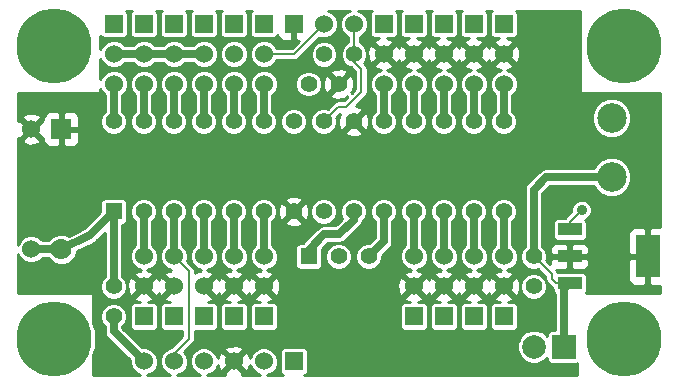
<source format=gtl>
G04 (created by PCBNEW-RS274X (2012-01-19 BZR 3256)-stable) date 7/25/2012 10:56:42 AM*
G01*
G70*
G90*
%MOIN*%
G04 Gerber Fmt 3.4, Leading zero omitted, Abs format*
%FSLAX34Y34*%
G04 APERTURE LIST*
%ADD10C,0.006000*%
%ADD11R,0.080000X0.144000*%
%ADD12R,0.080000X0.040000*%
%ADD13R,0.055000X0.055000*%
%ADD14C,0.055000*%
%ADD15C,0.250000*%
%ADD16R,0.078700X0.078700*%
%ADD17C,0.078700*%
%ADD18C,0.098400*%
%ADD19R,0.060000X0.060000*%
%ADD20C,0.060000*%
%ADD21C,0.070000*%
%ADD22R,0.070000X0.070000*%
%ADD23C,0.035000*%
%ADD24C,0.025000*%
%ADD25C,0.008000*%
%ADD26C,0.010000*%
G04 APERTURE END LIST*
G54D10*
G54D11*
X71800Y-42000D03*
G54D12*
X69200Y-42000D03*
X69200Y-42900D03*
X69200Y-41100D03*
G54D13*
X60500Y-42000D03*
G54D14*
X61500Y-42000D03*
X62500Y-42000D03*
G54D15*
X52000Y-35000D03*
X71000Y-35000D03*
X52000Y-44750D03*
X71000Y-44750D03*
G54D14*
X61500Y-36250D03*
X60500Y-36250D03*
X68000Y-42000D03*
X68000Y-43000D03*
X54000Y-44000D03*
X54000Y-43000D03*
X62010Y-35260D03*
X61010Y-35260D03*
X55000Y-40500D03*
X56000Y-40500D03*
X57000Y-40500D03*
X58000Y-40500D03*
X59000Y-40500D03*
X60000Y-40500D03*
X61000Y-40500D03*
X62000Y-40500D03*
X63000Y-40500D03*
X64000Y-40500D03*
X65000Y-40500D03*
X66000Y-40500D03*
X67000Y-40500D03*
G54D13*
X54000Y-40500D03*
G54D14*
X67000Y-37500D03*
X66000Y-37500D03*
X65000Y-37500D03*
X64000Y-37500D03*
X63000Y-37500D03*
X62000Y-37500D03*
X61000Y-37500D03*
X60000Y-37500D03*
X59000Y-37500D03*
X58000Y-37500D03*
X57000Y-37500D03*
X56000Y-37500D03*
X55000Y-37500D03*
X54000Y-37500D03*
G54D16*
X69010Y-45010D03*
G54D17*
X68010Y-45010D03*
G54D18*
X70600Y-39350D03*
X70600Y-37381D03*
G54D19*
X60000Y-45500D03*
G54D20*
X59000Y-45500D03*
X58000Y-45500D03*
X57000Y-45500D03*
X56000Y-45500D03*
X55000Y-45500D03*
G54D19*
X59000Y-44000D03*
G54D20*
X59000Y-43000D03*
X59000Y-42000D03*
G54D19*
X63000Y-34250D03*
G54D20*
X63000Y-35250D03*
X63000Y-36250D03*
G54D19*
X64000Y-34250D03*
G54D20*
X64000Y-35250D03*
X64000Y-36250D03*
G54D19*
X65000Y-34250D03*
G54D20*
X65000Y-35250D03*
X65000Y-36250D03*
G54D19*
X66000Y-34250D03*
G54D20*
X66000Y-35250D03*
X66000Y-36250D03*
G54D19*
X67000Y-34250D03*
G54D20*
X67000Y-35250D03*
X67000Y-36250D03*
G54D19*
X67000Y-44000D03*
G54D20*
X67000Y-43000D03*
X67000Y-42000D03*
G54D19*
X66000Y-44000D03*
G54D20*
X66000Y-43000D03*
X66000Y-42000D03*
G54D19*
X65000Y-44000D03*
G54D20*
X65000Y-43000D03*
X65000Y-42000D03*
G54D19*
X64000Y-44000D03*
G54D20*
X64000Y-43000D03*
X64000Y-42000D03*
G54D19*
X59000Y-34250D03*
G54D20*
X59000Y-35250D03*
X59000Y-36250D03*
G54D19*
X58000Y-44000D03*
G54D20*
X58000Y-43000D03*
X58000Y-42000D03*
G54D19*
X57000Y-44000D03*
G54D20*
X57000Y-43000D03*
X57000Y-42000D03*
G54D19*
X56000Y-44000D03*
G54D20*
X56000Y-43000D03*
X56000Y-42000D03*
G54D19*
X55000Y-44000D03*
G54D20*
X55000Y-43000D03*
X55000Y-42000D03*
G54D19*
X54000Y-34250D03*
G54D20*
X54000Y-35250D03*
X54000Y-36250D03*
G54D19*
X55000Y-34250D03*
G54D20*
X55000Y-35250D03*
X55000Y-36250D03*
G54D19*
X56000Y-34250D03*
G54D20*
X56000Y-35250D03*
X56000Y-36250D03*
G54D19*
X57000Y-34250D03*
G54D20*
X57000Y-35250D03*
X57000Y-36250D03*
G54D19*
X58000Y-34250D03*
G54D20*
X58000Y-35250D03*
X58000Y-36250D03*
G54D21*
X52260Y-41760D03*
G54D22*
X52260Y-37760D03*
G54D20*
X51260Y-37760D03*
X51260Y-41760D03*
G54D19*
X60010Y-34260D03*
G54D20*
X61010Y-34260D03*
X62010Y-34260D03*
G54D23*
X69600Y-40450D03*
G54D24*
X59000Y-37500D02*
X59000Y-36250D01*
X58000Y-37500D02*
X58000Y-36250D01*
X57000Y-37500D02*
X57000Y-36250D01*
X56000Y-37500D02*
X56000Y-36250D01*
X55000Y-37500D02*
X55000Y-36250D01*
X54000Y-36250D02*
X54000Y-37500D01*
X55000Y-45500D02*
X54000Y-44500D01*
X54000Y-44500D02*
X54000Y-44000D01*
G54D25*
X62010Y-35260D02*
X62010Y-34260D01*
X62010Y-35260D02*
X62010Y-35510D01*
X61490Y-37010D02*
X61000Y-37500D01*
X61760Y-37010D02*
X61490Y-37010D01*
X62260Y-36510D02*
X61760Y-37010D01*
X62260Y-35760D02*
X62260Y-36510D01*
X62010Y-35510D02*
X62260Y-35760D01*
G54D24*
X55000Y-40500D02*
X55000Y-42000D01*
X56000Y-40500D02*
X56000Y-42000D01*
G54D25*
X56000Y-42000D02*
X56500Y-42500D01*
X56000Y-45250D02*
X56000Y-45500D01*
X56500Y-42500D02*
X56500Y-44750D01*
X56500Y-44750D02*
X56000Y-45250D01*
G54D24*
X66000Y-37500D02*
X66000Y-36250D01*
X65000Y-37500D02*
X65000Y-36250D01*
X64000Y-37500D02*
X64000Y-36250D01*
X63000Y-37500D02*
X63000Y-36250D01*
X57000Y-42000D02*
X57000Y-40500D01*
X58000Y-42000D02*
X58000Y-40500D01*
X59000Y-42000D02*
X59000Y-40500D01*
X64000Y-40500D02*
X64000Y-42000D01*
X65000Y-40500D02*
X65000Y-42000D01*
X66000Y-40500D02*
X66000Y-42000D01*
X67000Y-40500D02*
X67000Y-42000D01*
X67000Y-37500D02*
X67000Y-36250D01*
X60500Y-42000D02*
X60500Y-41770D01*
X62000Y-40770D02*
X62000Y-40500D01*
X61510Y-41260D02*
X62000Y-40770D01*
X61010Y-41260D02*
X61510Y-41260D01*
X60500Y-41770D02*
X61010Y-41260D01*
X63000Y-40500D02*
X63000Y-41500D01*
X63000Y-41500D02*
X62500Y-42000D01*
G54D25*
X68750Y-42900D02*
X68600Y-42750D01*
X68600Y-42600D02*
X68000Y-42000D01*
X68600Y-42750D02*
X68600Y-42600D01*
X69200Y-42900D02*
X68750Y-42900D01*
G54D24*
X68000Y-39770D02*
X68000Y-42000D01*
X70600Y-39350D02*
X68420Y-39350D01*
X69010Y-43090D02*
X69200Y-42900D01*
X69010Y-45010D02*
X69010Y-43090D01*
X68420Y-39350D02*
X68000Y-39770D01*
G54D25*
X69200Y-41100D02*
X69200Y-40850D01*
X69200Y-40850D02*
X69600Y-40450D01*
G54D24*
X52260Y-41760D02*
X53200Y-41300D01*
X51260Y-41760D02*
X52260Y-41760D01*
X53200Y-41300D02*
X54000Y-40500D01*
X54000Y-40500D02*
X54000Y-43000D01*
G54D25*
X59000Y-35250D02*
X60020Y-35250D01*
X60020Y-35250D02*
X61010Y-34260D01*
G54D24*
X57000Y-35250D02*
X56000Y-35250D01*
X56000Y-35250D02*
X55000Y-35250D01*
X55000Y-35250D02*
X54000Y-35250D01*
G54D10*
G36*
X72210Y-43210D02*
X71750Y-43210D01*
X71750Y-42908D01*
X71750Y-42050D01*
X71750Y-41950D01*
X71750Y-41092D01*
X71688Y-41030D01*
X71449Y-41031D01*
X71350Y-41031D01*
X71259Y-41069D01*
X71189Y-41139D01*
X71151Y-41231D01*
X71150Y-41888D01*
X71212Y-41950D01*
X71750Y-41950D01*
X71750Y-42050D01*
X71212Y-42050D01*
X71150Y-42112D01*
X71151Y-42769D01*
X71189Y-42861D01*
X71259Y-42931D01*
X71350Y-42969D01*
X71449Y-42969D01*
X71688Y-42970D01*
X71750Y-42908D01*
X71750Y-43210D01*
X69944Y-43210D01*
X69944Y-40519D01*
X69944Y-40382D01*
X69892Y-40256D01*
X69795Y-40159D01*
X69669Y-40106D01*
X69532Y-40106D01*
X69406Y-40158D01*
X69309Y-40255D01*
X69256Y-40381D01*
X69256Y-40497D01*
X69052Y-40702D01*
X69032Y-40730D01*
X68766Y-40730D01*
X68704Y-40756D01*
X68656Y-40804D01*
X68630Y-40866D01*
X68630Y-40934D01*
X68630Y-41334D01*
X68656Y-41396D01*
X68704Y-41444D01*
X68766Y-41470D01*
X68834Y-41470D01*
X69634Y-41470D01*
X69696Y-41444D01*
X69744Y-41396D01*
X69770Y-41334D01*
X69770Y-41266D01*
X69770Y-40866D01*
X69744Y-40804D01*
X69714Y-40774D01*
X69794Y-40742D01*
X69891Y-40645D01*
X69944Y-40519D01*
X69944Y-43210D01*
X69850Y-43210D01*
X69850Y-42112D01*
X69850Y-41888D01*
X69849Y-41751D01*
X69811Y-41659D01*
X69741Y-41589D01*
X69650Y-41551D01*
X69551Y-41551D01*
X69312Y-41550D01*
X69250Y-41612D01*
X69250Y-41950D01*
X69788Y-41950D01*
X69850Y-41888D01*
X69850Y-42112D01*
X69788Y-42050D01*
X69250Y-42050D01*
X69250Y-42388D01*
X69312Y-42450D01*
X69551Y-42449D01*
X69650Y-42449D01*
X69741Y-42411D01*
X69811Y-42341D01*
X69849Y-42249D01*
X69850Y-42112D01*
X69850Y-43210D01*
X69730Y-43210D01*
X69744Y-43196D01*
X69770Y-43134D01*
X69770Y-43066D01*
X69770Y-42666D01*
X69744Y-42604D01*
X69696Y-42556D01*
X69634Y-42530D01*
X69566Y-42530D01*
X68796Y-42530D01*
X68794Y-42520D01*
X68793Y-42519D01*
X68778Y-42497D01*
X68748Y-42452D01*
X68748Y-42451D01*
X68743Y-42446D01*
X68750Y-42449D01*
X68849Y-42449D01*
X69088Y-42450D01*
X69150Y-42388D01*
X69150Y-42050D01*
X69150Y-41950D01*
X69150Y-41612D01*
X69088Y-41550D01*
X68849Y-41551D01*
X68750Y-41551D01*
X68659Y-41589D01*
X68589Y-41659D01*
X68551Y-41751D01*
X68550Y-41888D01*
X68612Y-41950D01*
X69150Y-41950D01*
X69150Y-42050D01*
X68612Y-42050D01*
X68550Y-42112D01*
X68551Y-42249D01*
X68554Y-42258D01*
X68426Y-42130D01*
X68444Y-42089D01*
X68444Y-41912D01*
X68377Y-41749D01*
X68295Y-41667D01*
X68295Y-39892D01*
X68542Y-39645D01*
X70006Y-39645D01*
X70039Y-39724D01*
X70225Y-39910D01*
X70468Y-40011D01*
X70731Y-40011D01*
X70974Y-39911D01*
X71160Y-39725D01*
X71261Y-39482D01*
X71261Y-39219D01*
X71261Y-37513D01*
X71261Y-37250D01*
X71161Y-37007D01*
X70975Y-36821D01*
X70732Y-36720D01*
X70469Y-36720D01*
X70226Y-36820D01*
X70040Y-37006D01*
X69939Y-37249D01*
X69939Y-37512D01*
X70039Y-37755D01*
X70225Y-37941D01*
X70468Y-38042D01*
X70731Y-38042D01*
X70974Y-37942D01*
X71160Y-37756D01*
X71261Y-37513D01*
X71261Y-39219D01*
X71161Y-38976D01*
X70975Y-38790D01*
X70732Y-38689D01*
X70469Y-38689D01*
X70226Y-38789D01*
X70040Y-38975D01*
X70006Y-39055D01*
X68420Y-39055D01*
X68419Y-39055D01*
X68397Y-39059D01*
X68307Y-39077D01*
X68211Y-39141D01*
X68209Y-39143D01*
X67791Y-39561D01*
X67727Y-39657D01*
X67704Y-39770D01*
X67705Y-39774D01*
X67705Y-41667D01*
X67624Y-41748D01*
X67556Y-41911D01*
X67556Y-42088D01*
X67623Y-42251D01*
X67748Y-42376D01*
X67911Y-42444D01*
X68088Y-42444D01*
X68130Y-42426D01*
X68390Y-42686D01*
X68390Y-42750D01*
X68401Y-42809D01*
X68377Y-42749D01*
X68252Y-42624D01*
X68089Y-42556D01*
X67912Y-42556D01*
X67749Y-42623D01*
X67624Y-42748D01*
X67556Y-42911D01*
X67556Y-43088D01*
X67623Y-43251D01*
X67748Y-43376D01*
X67911Y-43444D01*
X68088Y-43444D01*
X68251Y-43377D01*
X68376Y-43252D01*
X68444Y-43089D01*
X68444Y-42912D01*
X68417Y-42848D01*
X68452Y-42898D01*
X68601Y-43048D01*
X68602Y-43048D01*
X68630Y-43067D01*
X68630Y-43134D01*
X68656Y-43196D01*
X68704Y-43244D01*
X68715Y-43248D01*
X68715Y-44447D01*
X68583Y-44447D01*
X68521Y-44473D01*
X68473Y-44521D01*
X68447Y-44583D01*
X68447Y-44650D01*
X68330Y-44533D01*
X68123Y-44447D01*
X67899Y-44447D01*
X67692Y-44532D01*
X67543Y-44680D01*
X67543Y-43079D01*
X67543Y-35329D01*
X67532Y-35116D01*
X67472Y-34969D01*
X67378Y-34942D01*
X67071Y-35250D01*
X67378Y-35558D01*
X67472Y-35531D01*
X67543Y-35329D01*
X67543Y-43079D01*
X67532Y-42866D01*
X67472Y-42719D01*
X67470Y-42718D01*
X67470Y-42094D01*
X67470Y-41907D01*
X67470Y-36344D01*
X67470Y-36157D01*
X67399Y-35984D01*
X67267Y-35852D01*
X67102Y-35783D01*
X67134Y-35782D01*
X67281Y-35722D01*
X67308Y-35628D01*
X67000Y-35321D01*
X66929Y-35391D01*
X66929Y-35250D01*
X66622Y-34942D01*
X66528Y-34969D01*
X66502Y-35042D01*
X66472Y-34969D01*
X66378Y-34942D01*
X66071Y-35250D01*
X66378Y-35558D01*
X66472Y-35531D01*
X66497Y-35457D01*
X66528Y-35531D01*
X66622Y-35558D01*
X66929Y-35250D01*
X66929Y-35391D01*
X66692Y-35628D01*
X66719Y-35722D01*
X66896Y-35784D01*
X66734Y-35851D01*
X66602Y-35983D01*
X66530Y-36156D01*
X66530Y-36343D01*
X66601Y-36516D01*
X66705Y-36620D01*
X66705Y-37167D01*
X66624Y-37248D01*
X66556Y-37411D01*
X66556Y-37588D01*
X66623Y-37751D01*
X66748Y-37876D01*
X66911Y-37944D01*
X67088Y-37944D01*
X67251Y-37877D01*
X67376Y-37752D01*
X67444Y-37589D01*
X67444Y-37412D01*
X67377Y-37249D01*
X67295Y-37167D01*
X67295Y-36620D01*
X67398Y-36517D01*
X67470Y-36344D01*
X67470Y-41907D01*
X67399Y-41734D01*
X67295Y-41630D01*
X67295Y-40833D01*
X67376Y-40752D01*
X67444Y-40589D01*
X67444Y-40412D01*
X67377Y-40249D01*
X67252Y-40124D01*
X67089Y-40056D01*
X66912Y-40056D01*
X66749Y-40123D01*
X66624Y-40248D01*
X66556Y-40411D01*
X66556Y-40588D01*
X66623Y-40751D01*
X66705Y-40833D01*
X66705Y-41630D01*
X66602Y-41733D01*
X66530Y-41906D01*
X66530Y-42093D01*
X66601Y-42266D01*
X66733Y-42398D01*
X66897Y-42466D01*
X66866Y-42468D01*
X66719Y-42528D01*
X66692Y-42622D01*
X67000Y-42929D01*
X67308Y-42622D01*
X67281Y-42528D01*
X67103Y-42465D01*
X67266Y-42399D01*
X67398Y-42267D01*
X67470Y-42094D01*
X67470Y-42718D01*
X67378Y-42692D01*
X67071Y-43000D01*
X67378Y-43308D01*
X67472Y-43281D01*
X67543Y-43079D01*
X67543Y-44680D01*
X67533Y-44690D01*
X67470Y-44841D01*
X67470Y-44334D01*
X67470Y-44266D01*
X67470Y-43666D01*
X67444Y-43604D01*
X67396Y-43556D01*
X67334Y-43530D01*
X67266Y-43530D01*
X67138Y-43530D01*
X67281Y-43472D01*
X67308Y-43378D01*
X67000Y-43071D01*
X66929Y-43141D01*
X66929Y-43000D01*
X66622Y-42692D01*
X66528Y-42719D01*
X66502Y-42792D01*
X66472Y-42719D01*
X66470Y-42718D01*
X66470Y-42094D01*
X66470Y-41907D01*
X66470Y-36344D01*
X66470Y-36157D01*
X66399Y-35984D01*
X66267Y-35852D01*
X66102Y-35783D01*
X66134Y-35782D01*
X66281Y-35722D01*
X66308Y-35628D01*
X66000Y-35321D01*
X65929Y-35391D01*
X65929Y-35250D01*
X65622Y-34942D01*
X65528Y-34969D01*
X65502Y-35042D01*
X65472Y-34969D01*
X65378Y-34942D01*
X65071Y-35250D01*
X65378Y-35558D01*
X65472Y-35531D01*
X65497Y-35457D01*
X65528Y-35531D01*
X65622Y-35558D01*
X65929Y-35250D01*
X65929Y-35391D01*
X65692Y-35628D01*
X65719Y-35722D01*
X65896Y-35784D01*
X65734Y-35851D01*
X65602Y-35983D01*
X65530Y-36156D01*
X65530Y-36343D01*
X65601Y-36516D01*
X65705Y-36620D01*
X65705Y-37167D01*
X65624Y-37248D01*
X65556Y-37411D01*
X65556Y-37588D01*
X65623Y-37751D01*
X65748Y-37876D01*
X65911Y-37944D01*
X66088Y-37944D01*
X66251Y-37877D01*
X66376Y-37752D01*
X66444Y-37589D01*
X66444Y-37412D01*
X66377Y-37249D01*
X66295Y-37167D01*
X66295Y-36620D01*
X66398Y-36517D01*
X66470Y-36344D01*
X66470Y-41907D01*
X66399Y-41734D01*
X66295Y-41630D01*
X66295Y-40833D01*
X66376Y-40752D01*
X66444Y-40589D01*
X66444Y-40412D01*
X66377Y-40249D01*
X66252Y-40124D01*
X66089Y-40056D01*
X65912Y-40056D01*
X65749Y-40123D01*
X65624Y-40248D01*
X65556Y-40411D01*
X65556Y-40588D01*
X65623Y-40751D01*
X65705Y-40833D01*
X65705Y-41630D01*
X65602Y-41733D01*
X65530Y-41906D01*
X65530Y-42093D01*
X65601Y-42266D01*
X65733Y-42398D01*
X65897Y-42466D01*
X65866Y-42468D01*
X65719Y-42528D01*
X65692Y-42622D01*
X66000Y-42929D01*
X66308Y-42622D01*
X66281Y-42528D01*
X66103Y-42465D01*
X66266Y-42399D01*
X66398Y-42267D01*
X66470Y-42094D01*
X66470Y-42718D01*
X66378Y-42692D01*
X66071Y-43000D01*
X66378Y-43308D01*
X66472Y-43281D01*
X66497Y-43207D01*
X66528Y-43281D01*
X66622Y-43308D01*
X66929Y-43000D01*
X66929Y-43141D01*
X66692Y-43378D01*
X66719Y-43472D01*
X66884Y-43530D01*
X66666Y-43530D01*
X66604Y-43556D01*
X66556Y-43604D01*
X66530Y-43666D01*
X66530Y-43734D01*
X66530Y-44334D01*
X66556Y-44396D01*
X66604Y-44444D01*
X66666Y-44470D01*
X66734Y-44470D01*
X67334Y-44470D01*
X67396Y-44444D01*
X67444Y-44396D01*
X67470Y-44334D01*
X67470Y-44841D01*
X67447Y-44897D01*
X67447Y-45121D01*
X67532Y-45328D01*
X67690Y-45487D01*
X67897Y-45573D01*
X68121Y-45573D01*
X68328Y-45488D01*
X68447Y-45369D01*
X68447Y-45437D01*
X68473Y-45499D01*
X68521Y-45547D01*
X68583Y-45573D01*
X68651Y-45573D01*
X69437Y-45573D01*
X69460Y-45563D01*
X69460Y-45960D01*
X66470Y-45960D01*
X66470Y-44334D01*
X66470Y-44266D01*
X66470Y-43666D01*
X66444Y-43604D01*
X66396Y-43556D01*
X66334Y-43530D01*
X66266Y-43530D01*
X66138Y-43530D01*
X66281Y-43472D01*
X66308Y-43378D01*
X66000Y-43071D01*
X65929Y-43141D01*
X65929Y-43000D01*
X65622Y-42692D01*
X65528Y-42719D01*
X65502Y-42792D01*
X65472Y-42719D01*
X65470Y-42718D01*
X65470Y-42094D01*
X65470Y-41907D01*
X65470Y-36344D01*
X65470Y-36157D01*
X65399Y-35984D01*
X65267Y-35852D01*
X65102Y-35783D01*
X65134Y-35782D01*
X65281Y-35722D01*
X65308Y-35628D01*
X65000Y-35321D01*
X64929Y-35391D01*
X64929Y-35250D01*
X64622Y-34942D01*
X64528Y-34969D01*
X64502Y-35042D01*
X64472Y-34969D01*
X64378Y-34942D01*
X64071Y-35250D01*
X64378Y-35558D01*
X64472Y-35531D01*
X64497Y-35457D01*
X64528Y-35531D01*
X64622Y-35558D01*
X64929Y-35250D01*
X64929Y-35391D01*
X64692Y-35628D01*
X64719Y-35722D01*
X64896Y-35784D01*
X64734Y-35851D01*
X64602Y-35983D01*
X64530Y-36156D01*
X64530Y-36343D01*
X64601Y-36516D01*
X64705Y-36620D01*
X64705Y-37167D01*
X64624Y-37248D01*
X64556Y-37411D01*
X64556Y-37588D01*
X64623Y-37751D01*
X64748Y-37876D01*
X64911Y-37944D01*
X65088Y-37944D01*
X65251Y-37877D01*
X65376Y-37752D01*
X65444Y-37589D01*
X65444Y-37412D01*
X65377Y-37249D01*
X65295Y-37167D01*
X65295Y-36620D01*
X65398Y-36517D01*
X65470Y-36344D01*
X65470Y-41907D01*
X65399Y-41734D01*
X65295Y-41630D01*
X65295Y-40833D01*
X65376Y-40752D01*
X65444Y-40589D01*
X65444Y-40412D01*
X65377Y-40249D01*
X65252Y-40124D01*
X65089Y-40056D01*
X64912Y-40056D01*
X64749Y-40123D01*
X64624Y-40248D01*
X64556Y-40411D01*
X64556Y-40588D01*
X64623Y-40751D01*
X64705Y-40833D01*
X64705Y-41630D01*
X64602Y-41733D01*
X64530Y-41906D01*
X64530Y-42093D01*
X64601Y-42266D01*
X64733Y-42398D01*
X64897Y-42466D01*
X64866Y-42468D01*
X64719Y-42528D01*
X64692Y-42622D01*
X65000Y-42929D01*
X65308Y-42622D01*
X65281Y-42528D01*
X65103Y-42465D01*
X65266Y-42399D01*
X65398Y-42267D01*
X65470Y-42094D01*
X65470Y-42718D01*
X65378Y-42692D01*
X65071Y-43000D01*
X65378Y-43308D01*
X65472Y-43281D01*
X65497Y-43207D01*
X65528Y-43281D01*
X65622Y-43308D01*
X65929Y-43000D01*
X65929Y-43141D01*
X65692Y-43378D01*
X65719Y-43472D01*
X65884Y-43530D01*
X65666Y-43530D01*
X65604Y-43556D01*
X65556Y-43604D01*
X65530Y-43666D01*
X65530Y-43734D01*
X65530Y-44334D01*
X65556Y-44396D01*
X65604Y-44444D01*
X65666Y-44470D01*
X65734Y-44470D01*
X66334Y-44470D01*
X66396Y-44444D01*
X66444Y-44396D01*
X66470Y-44334D01*
X66470Y-45960D01*
X65470Y-45960D01*
X65470Y-44334D01*
X65470Y-44266D01*
X65470Y-43666D01*
X65444Y-43604D01*
X65396Y-43556D01*
X65334Y-43530D01*
X65266Y-43530D01*
X65138Y-43530D01*
X65281Y-43472D01*
X65308Y-43378D01*
X65000Y-43071D01*
X64929Y-43141D01*
X64929Y-43000D01*
X64622Y-42692D01*
X64528Y-42719D01*
X64502Y-42792D01*
X64472Y-42719D01*
X64470Y-42718D01*
X64470Y-42094D01*
X64470Y-41907D01*
X64470Y-36344D01*
X64470Y-36157D01*
X64399Y-35984D01*
X64267Y-35852D01*
X64102Y-35783D01*
X64134Y-35782D01*
X64281Y-35722D01*
X64308Y-35628D01*
X64000Y-35321D01*
X63929Y-35391D01*
X63929Y-35250D01*
X63622Y-34942D01*
X63528Y-34969D01*
X63502Y-35042D01*
X63472Y-34969D01*
X63378Y-34942D01*
X63071Y-35250D01*
X63378Y-35558D01*
X63472Y-35531D01*
X63497Y-35457D01*
X63528Y-35531D01*
X63622Y-35558D01*
X63929Y-35250D01*
X63929Y-35391D01*
X63692Y-35628D01*
X63719Y-35722D01*
X63896Y-35784D01*
X63734Y-35851D01*
X63602Y-35983D01*
X63530Y-36156D01*
X63530Y-36343D01*
X63601Y-36516D01*
X63705Y-36620D01*
X63705Y-37167D01*
X63624Y-37248D01*
X63556Y-37411D01*
X63556Y-37588D01*
X63623Y-37751D01*
X63748Y-37876D01*
X63911Y-37944D01*
X64088Y-37944D01*
X64251Y-37877D01*
X64376Y-37752D01*
X64444Y-37589D01*
X64444Y-37412D01*
X64377Y-37249D01*
X64295Y-37167D01*
X64295Y-36620D01*
X64398Y-36517D01*
X64470Y-36344D01*
X64470Y-41907D01*
X64399Y-41734D01*
X64295Y-41630D01*
X64295Y-40833D01*
X64376Y-40752D01*
X64444Y-40589D01*
X64444Y-40412D01*
X64377Y-40249D01*
X64252Y-40124D01*
X64089Y-40056D01*
X63912Y-40056D01*
X63749Y-40123D01*
X63624Y-40248D01*
X63556Y-40411D01*
X63556Y-40588D01*
X63623Y-40751D01*
X63705Y-40833D01*
X63705Y-41630D01*
X63602Y-41733D01*
X63530Y-41906D01*
X63530Y-42093D01*
X63601Y-42266D01*
X63733Y-42398D01*
X63897Y-42466D01*
X63866Y-42468D01*
X63719Y-42528D01*
X63692Y-42622D01*
X64000Y-42929D01*
X64308Y-42622D01*
X64281Y-42528D01*
X64103Y-42465D01*
X64266Y-42399D01*
X64398Y-42267D01*
X64470Y-42094D01*
X64470Y-42718D01*
X64378Y-42692D01*
X64071Y-43000D01*
X64378Y-43308D01*
X64472Y-43281D01*
X64497Y-43207D01*
X64528Y-43281D01*
X64622Y-43308D01*
X64929Y-43000D01*
X64929Y-43141D01*
X64692Y-43378D01*
X64719Y-43472D01*
X64884Y-43530D01*
X64666Y-43530D01*
X64604Y-43556D01*
X64556Y-43604D01*
X64530Y-43666D01*
X64530Y-43734D01*
X64530Y-44334D01*
X64556Y-44396D01*
X64604Y-44444D01*
X64666Y-44470D01*
X64734Y-44470D01*
X65334Y-44470D01*
X65396Y-44444D01*
X65444Y-44396D01*
X65470Y-44334D01*
X65470Y-45960D01*
X64470Y-45960D01*
X64470Y-44334D01*
X64470Y-44266D01*
X64470Y-43666D01*
X64444Y-43604D01*
X64396Y-43556D01*
X64334Y-43530D01*
X64266Y-43530D01*
X64138Y-43530D01*
X64281Y-43472D01*
X64308Y-43378D01*
X64000Y-43071D01*
X63929Y-43141D01*
X63929Y-43000D01*
X63622Y-42692D01*
X63528Y-42719D01*
X63470Y-42884D01*
X63470Y-36344D01*
X63470Y-36157D01*
X63399Y-35984D01*
X63267Y-35852D01*
X63102Y-35783D01*
X63134Y-35782D01*
X63281Y-35722D01*
X63308Y-35628D01*
X63000Y-35321D01*
X62929Y-35391D01*
X62929Y-35250D01*
X62622Y-34942D01*
X62528Y-34969D01*
X62457Y-35171D01*
X62468Y-35384D01*
X62528Y-35531D01*
X62622Y-35558D01*
X62929Y-35250D01*
X62929Y-35391D01*
X62692Y-35628D01*
X62719Y-35722D01*
X62896Y-35784D01*
X62734Y-35851D01*
X62602Y-35983D01*
X62530Y-36156D01*
X62530Y-36343D01*
X62601Y-36516D01*
X62705Y-36620D01*
X62705Y-37167D01*
X62624Y-37248D01*
X62556Y-37411D01*
X62556Y-37588D01*
X62623Y-37751D01*
X62748Y-37876D01*
X62911Y-37944D01*
X63088Y-37944D01*
X63251Y-37877D01*
X63376Y-37752D01*
X63444Y-37589D01*
X63444Y-37412D01*
X63377Y-37249D01*
X63295Y-37167D01*
X63295Y-36620D01*
X63398Y-36517D01*
X63470Y-36344D01*
X63470Y-42884D01*
X63457Y-42921D01*
X63468Y-43134D01*
X63528Y-43281D01*
X63622Y-43308D01*
X63929Y-43000D01*
X63929Y-43141D01*
X63692Y-43378D01*
X63719Y-43472D01*
X63884Y-43530D01*
X63666Y-43530D01*
X63604Y-43556D01*
X63556Y-43604D01*
X63530Y-43666D01*
X63530Y-43734D01*
X63530Y-44334D01*
X63556Y-44396D01*
X63604Y-44444D01*
X63666Y-44470D01*
X63734Y-44470D01*
X64334Y-44470D01*
X64396Y-44444D01*
X64444Y-44396D01*
X64470Y-44334D01*
X64470Y-45960D01*
X63444Y-45960D01*
X63444Y-40589D01*
X63444Y-40412D01*
X63377Y-40249D01*
X63252Y-40124D01*
X63089Y-40056D01*
X62912Y-40056D01*
X62749Y-40123D01*
X62624Y-40248D01*
X62556Y-40411D01*
X62556Y-40588D01*
X62623Y-40751D01*
X62705Y-40833D01*
X62705Y-41377D01*
X62526Y-41556D01*
X62519Y-41556D01*
X62519Y-37574D01*
X62508Y-37370D01*
X62452Y-37233D01*
X62361Y-37210D01*
X62071Y-37500D01*
X62361Y-37790D01*
X62452Y-37767D01*
X62519Y-37574D01*
X62519Y-41556D01*
X62444Y-41556D01*
X62444Y-40589D01*
X62444Y-40412D01*
X62377Y-40249D01*
X62290Y-40162D01*
X62290Y-37861D01*
X62000Y-37571D01*
X61710Y-37861D01*
X61733Y-37952D01*
X61926Y-38019D01*
X62130Y-38008D01*
X62267Y-37952D01*
X62290Y-37861D01*
X62290Y-40162D01*
X62252Y-40124D01*
X62089Y-40056D01*
X61912Y-40056D01*
X61749Y-40123D01*
X61624Y-40248D01*
X61556Y-40411D01*
X61556Y-40588D01*
X61616Y-40735D01*
X61444Y-40907D01*
X61444Y-40589D01*
X61444Y-40412D01*
X61377Y-40249D01*
X61252Y-40124D01*
X61089Y-40056D01*
X60912Y-40056D01*
X60749Y-40123D01*
X60624Y-40248D01*
X60556Y-40411D01*
X60556Y-40588D01*
X60623Y-40751D01*
X60748Y-40876D01*
X60911Y-40944D01*
X61088Y-40944D01*
X61251Y-40877D01*
X61376Y-40752D01*
X61444Y-40589D01*
X61444Y-40907D01*
X61387Y-40965D01*
X61010Y-40965D01*
X60897Y-40987D01*
X60801Y-41051D01*
X60799Y-41053D01*
X60519Y-41333D01*
X60519Y-40574D01*
X60508Y-40370D01*
X60452Y-40233D01*
X60444Y-40230D01*
X60444Y-37589D01*
X60444Y-37412D01*
X60377Y-37249D01*
X60252Y-37124D01*
X60089Y-37056D01*
X59912Y-37056D01*
X59749Y-37123D01*
X59624Y-37248D01*
X59556Y-37411D01*
X59556Y-37588D01*
X59623Y-37751D01*
X59748Y-37876D01*
X59911Y-37944D01*
X60088Y-37944D01*
X60251Y-37877D01*
X60376Y-37752D01*
X60444Y-37589D01*
X60444Y-40230D01*
X60361Y-40210D01*
X60290Y-40281D01*
X60290Y-40139D01*
X60267Y-40048D01*
X60074Y-39981D01*
X59870Y-39992D01*
X59733Y-40048D01*
X59710Y-40139D01*
X60000Y-40429D01*
X60290Y-40139D01*
X60290Y-40281D01*
X60071Y-40500D01*
X60361Y-40790D01*
X60452Y-40767D01*
X60519Y-40574D01*
X60519Y-41333D01*
X60297Y-41555D01*
X60290Y-41555D01*
X60290Y-40861D01*
X60000Y-40571D01*
X59929Y-40642D01*
X59929Y-40500D01*
X59639Y-40210D01*
X59548Y-40233D01*
X59481Y-40426D01*
X59492Y-40630D01*
X59548Y-40767D01*
X59639Y-40790D01*
X59929Y-40500D01*
X59929Y-40642D01*
X59710Y-40861D01*
X59733Y-40952D01*
X59926Y-41019D01*
X60130Y-41008D01*
X60267Y-40952D01*
X60290Y-40861D01*
X60290Y-41555D01*
X60191Y-41555D01*
X60129Y-41581D01*
X60081Y-41629D01*
X60055Y-41691D01*
X60055Y-41759D01*
X60055Y-42309D01*
X60081Y-42371D01*
X60129Y-42419D01*
X60191Y-42445D01*
X60259Y-42445D01*
X60809Y-42445D01*
X60871Y-42419D01*
X60919Y-42371D01*
X60945Y-42309D01*
X60945Y-42241D01*
X60945Y-41742D01*
X61132Y-41555D01*
X61505Y-41555D01*
X61510Y-41556D01*
X61412Y-41556D01*
X61249Y-41623D01*
X61124Y-41748D01*
X61056Y-41911D01*
X61056Y-42088D01*
X61123Y-42251D01*
X61248Y-42376D01*
X61411Y-42444D01*
X61588Y-42444D01*
X61751Y-42377D01*
X61876Y-42252D01*
X61944Y-42089D01*
X61944Y-41912D01*
X61877Y-41749D01*
X61752Y-41624D01*
X61589Y-41556D01*
X61510Y-41556D01*
X61510Y-41555D01*
X61623Y-41533D01*
X61719Y-41469D01*
X62206Y-40980D01*
X62208Y-40979D01*
X62209Y-40979D01*
X62272Y-40884D01*
X62273Y-40883D01*
X62279Y-40848D01*
X62376Y-40752D01*
X62444Y-40589D01*
X62444Y-41556D01*
X62412Y-41556D01*
X62249Y-41623D01*
X62124Y-41748D01*
X62056Y-41911D01*
X62056Y-42088D01*
X62123Y-42251D01*
X62248Y-42376D01*
X62411Y-42444D01*
X62588Y-42444D01*
X62751Y-42377D01*
X62876Y-42252D01*
X62944Y-42089D01*
X62944Y-41974D01*
X63209Y-41709D01*
X63273Y-41613D01*
X63295Y-41500D01*
X63295Y-40833D01*
X63376Y-40752D01*
X63444Y-40589D01*
X63444Y-45960D01*
X60357Y-45960D01*
X60396Y-45944D01*
X60444Y-45896D01*
X60470Y-45834D01*
X60470Y-45766D01*
X60470Y-45166D01*
X60444Y-45104D01*
X60396Y-45056D01*
X60334Y-45030D01*
X60266Y-45030D01*
X59666Y-45030D01*
X59604Y-45056D01*
X59556Y-45104D01*
X59543Y-45135D01*
X59543Y-43079D01*
X59532Y-42866D01*
X59472Y-42719D01*
X59470Y-42718D01*
X59470Y-42094D01*
X59470Y-41907D01*
X59470Y-36344D01*
X59470Y-36157D01*
X59399Y-35984D01*
X59267Y-35852D01*
X59094Y-35780D01*
X58907Y-35780D01*
X58734Y-35851D01*
X58602Y-35983D01*
X58530Y-36156D01*
X58530Y-36343D01*
X58601Y-36516D01*
X58705Y-36620D01*
X58705Y-37167D01*
X58624Y-37248D01*
X58556Y-37411D01*
X58556Y-37588D01*
X58623Y-37751D01*
X58748Y-37876D01*
X58911Y-37944D01*
X59088Y-37944D01*
X59251Y-37877D01*
X59376Y-37752D01*
X59444Y-37589D01*
X59444Y-37412D01*
X59377Y-37249D01*
X59295Y-37167D01*
X59295Y-36620D01*
X59398Y-36517D01*
X59470Y-36344D01*
X59470Y-41907D01*
X59399Y-41734D01*
X59295Y-41630D01*
X59295Y-40833D01*
X59376Y-40752D01*
X59444Y-40589D01*
X59444Y-40412D01*
X59377Y-40249D01*
X59252Y-40124D01*
X59089Y-40056D01*
X58912Y-40056D01*
X58749Y-40123D01*
X58624Y-40248D01*
X58556Y-40411D01*
X58556Y-40588D01*
X58623Y-40751D01*
X58705Y-40833D01*
X58705Y-41630D01*
X58602Y-41733D01*
X58530Y-41906D01*
X58530Y-42093D01*
X58601Y-42266D01*
X58733Y-42398D01*
X58897Y-42466D01*
X58866Y-42468D01*
X58719Y-42528D01*
X58692Y-42622D01*
X59000Y-42929D01*
X59308Y-42622D01*
X59281Y-42528D01*
X59103Y-42465D01*
X59266Y-42399D01*
X59398Y-42267D01*
X59470Y-42094D01*
X59470Y-42718D01*
X59378Y-42692D01*
X59071Y-43000D01*
X59378Y-43308D01*
X59472Y-43281D01*
X59543Y-43079D01*
X59543Y-45135D01*
X59530Y-45166D01*
X59530Y-45234D01*
X59530Y-45834D01*
X59556Y-45896D01*
X59604Y-45944D01*
X59642Y-45960D01*
X59117Y-45960D01*
X59266Y-45899D01*
X59398Y-45767D01*
X59470Y-45594D01*
X59470Y-45407D01*
X59470Y-44334D01*
X59470Y-44266D01*
X59470Y-43666D01*
X59444Y-43604D01*
X59396Y-43556D01*
X59334Y-43530D01*
X59266Y-43530D01*
X59138Y-43530D01*
X59281Y-43472D01*
X59308Y-43378D01*
X59000Y-43071D01*
X58929Y-43141D01*
X58929Y-43000D01*
X58622Y-42692D01*
X58528Y-42719D01*
X58502Y-42792D01*
X58472Y-42719D01*
X58470Y-42718D01*
X58470Y-42094D01*
X58470Y-41907D01*
X58470Y-36344D01*
X58470Y-36157D01*
X58470Y-35344D01*
X58470Y-35157D01*
X58399Y-34984D01*
X58267Y-34852D01*
X58094Y-34780D01*
X57907Y-34780D01*
X57734Y-34851D01*
X57602Y-34983D01*
X57530Y-35156D01*
X57530Y-35343D01*
X57601Y-35516D01*
X57733Y-35648D01*
X57906Y-35720D01*
X58093Y-35720D01*
X58266Y-35649D01*
X58398Y-35517D01*
X58470Y-35344D01*
X58470Y-36157D01*
X58399Y-35984D01*
X58267Y-35852D01*
X58094Y-35780D01*
X57907Y-35780D01*
X57734Y-35851D01*
X57602Y-35983D01*
X57530Y-36156D01*
X57530Y-36343D01*
X57601Y-36516D01*
X57705Y-36620D01*
X57705Y-37167D01*
X57624Y-37248D01*
X57556Y-37411D01*
X57556Y-37588D01*
X57623Y-37751D01*
X57748Y-37876D01*
X57911Y-37944D01*
X58088Y-37944D01*
X58251Y-37877D01*
X58376Y-37752D01*
X58444Y-37589D01*
X58444Y-37412D01*
X58377Y-37249D01*
X58295Y-37167D01*
X58295Y-36620D01*
X58398Y-36517D01*
X58470Y-36344D01*
X58470Y-41907D01*
X58399Y-41734D01*
X58295Y-41630D01*
X58295Y-40833D01*
X58376Y-40752D01*
X58444Y-40589D01*
X58444Y-40412D01*
X58377Y-40249D01*
X58252Y-40124D01*
X58089Y-40056D01*
X57912Y-40056D01*
X57749Y-40123D01*
X57624Y-40248D01*
X57556Y-40411D01*
X57556Y-40588D01*
X57623Y-40751D01*
X57705Y-40833D01*
X57705Y-41630D01*
X57602Y-41733D01*
X57530Y-41906D01*
X57530Y-42093D01*
X57601Y-42266D01*
X57733Y-42398D01*
X57897Y-42466D01*
X57866Y-42468D01*
X57719Y-42528D01*
X57692Y-42622D01*
X58000Y-42929D01*
X58308Y-42622D01*
X58281Y-42528D01*
X58103Y-42465D01*
X58266Y-42399D01*
X58398Y-42267D01*
X58470Y-42094D01*
X58470Y-42718D01*
X58378Y-42692D01*
X58071Y-43000D01*
X58378Y-43308D01*
X58472Y-43281D01*
X58497Y-43207D01*
X58528Y-43281D01*
X58622Y-43308D01*
X58929Y-43000D01*
X58929Y-43141D01*
X58692Y-43378D01*
X58719Y-43472D01*
X58884Y-43530D01*
X58666Y-43530D01*
X58604Y-43556D01*
X58556Y-43604D01*
X58530Y-43666D01*
X58530Y-43734D01*
X58530Y-44334D01*
X58556Y-44396D01*
X58604Y-44444D01*
X58666Y-44470D01*
X58734Y-44470D01*
X59334Y-44470D01*
X59396Y-44444D01*
X59444Y-44396D01*
X59470Y-44334D01*
X59470Y-45407D01*
X59399Y-45234D01*
X59267Y-45102D01*
X59094Y-45030D01*
X58907Y-45030D01*
X58734Y-45101D01*
X58602Y-45233D01*
X58533Y-45397D01*
X58532Y-45366D01*
X58472Y-45219D01*
X58470Y-45218D01*
X58470Y-44334D01*
X58470Y-44266D01*
X58470Y-43666D01*
X58444Y-43604D01*
X58396Y-43556D01*
X58334Y-43530D01*
X58266Y-43530D01*
X58138Y-43530D01*
X58281Y-43472D01*
X58308Y-43378D01*
X58000Y-43071D01*
X57929Y-43141D01*
X57929Y-43000D01*
X57622Y-42692D01*
X57528Y-42719D01*
X57502Y-42792D01*
X57472Y-42719D01*
X57378Y-42692D01*
X57071Y-43000D01*
X57378Y-43308D01*
X57472Y-43281D01*
X57497Y-43207D01*
X57528Y-43281D01*
X57622Y-43308D01*
X57929Y-43000D01*
X57929Y-43141D01*
X57692Y-43378D01*
X57719Y-43472D01*
X57884Y-43530D01*
X57666Y-43530D01*
X57604Y-43556D01*
X57556Y-43604D01*
X57530Y-43666D01*
X57530Y-43734D01*
X57530Y-44334D01*
X57556Y-44396D01*
X57604Y-44444D01*
X57666Y-44470D01*
X57734Y-44470D01*
X58334Y-44470D01*
X58396Y-44444D01*
X58444Y-44396D01*
X58470Y-44334D01*
X58470Y-45218D01*
X58378Y-45192D01*
X58308Y-45262D01*
X58308Y-45122D01*
X58281Y-45028D01*
X58079Y-44957D01*
X57866Y-44968D01*
X57719Y-45028D01*
X57692Y-45122D01*
X58000Y-45429D01*
X58308Y-45122D01*
X58308Y-45262D01*
X58071Y-45500D01*
X58378Y-45808D01*
X58472Y-45781D01*
X58534Y-45603D01*
X58601Y-45766D01*
X58733Y-45898D01*
X58881Y-45960D01*
X58284Y-45960D01*
X58308Y-45878D01*
X58000Y-45571D01*
X57692Y-45878D01*
X57715Y-45960D01*
X57117Y-45960D01*
X57266Y-45899D01*
X57398Y-45767D01*
X57466Y-45602D01*
X57468Y-45634D01*
X57528Y-45781D01*
X57622Y-45808D01*
X57929Y-45500D01*
X57622Y-45192D01*
X57528Y-45219D01*
X57465Y-45396D01*
X57399Y-45234D01*
X57267Y-45102D01*
X57094Y-45030D01*
X56907Y-45030D01*
X56734Y-45101D01*
X56602Y-45233D01*
X56530Y-45406D01*
X56530Y-45593D01*
X56601Y-45766D01*
X56733Y-45898D01*
X56881Y-45960D01*
X56117Y-45960D01*
X56266Y-45899D01*
X56398Y-45767D01*
X56470Y-45594D01*
X56470Y-45407D01*
X56399Y-45234D01*
X56355Y-45190D01*
X56648Y-44899D01*
X56648Y-44898D01*
X56694Y-44831D01*
X56694Y-44830D01*
X56696Y-44817D01*
X56709Y-44750D01*
X56710Y-44750D01*
X56710Y-44470D01*
X56734Y-44470D01*
X57334Y-44470D01*
X57396Y-44444D01*
X57444Y-44396D01*
X57470Y-44334D01*
X57470Y-44266D01*
X57470Y-43666D01*
X57444Y-43604D01*
X57396Y-43556D01*
X57334Y-43530D01*
X57266Y-43530D01*
X57138Y-43530D01*
X57281Y-43472D01*
X57308Y-43378D01*
X57035Y-43106D01*
X57000Y-43071D01*
X56929Y-43000D01*
X57000Y-42929D01*
X57035Y-42894D01*
X57308Y-42622D01*
X57281Y-42528D01*
X57103Y-42465D01*
X57266Y-42399D01*
X57398Y-42267D01*
X57470Y-42094D01*
X57470Y-41907D01*
X57470Y-36344D01*
X57470Y-36157D01*
X57399Y-35984D01*
X57267Y-35852D01*
X57094Y-35780D01*
X56907Y-35780D01*
X56734Y-35851D01*
X56602Y-35983D01*
X56530Y-36156D01*
X56530Y-36343D01*
X56601Y-36516D01*
X56705Y-36620D01*
X56705Y-37167D01*
X56624Y-37248D01*
X56556Y-37411D01*
X56556Y-37588D01*
X56623Y-37751D01*
X56748Y-37876D01*
X56911Y-37944D01*
X57088Y-37944D01*
X57251Y-37877D01*
X57376Y-37752D01*
X57444Y-37589D01*
X57444Y-37412D01*
X57377Y-37249D01*
X57295Y-37167D01*
X57295Y-36620D01*
X57398Y-36517D01*
X57470Y-36344D01*
X57470Y-41907D01*
X57399Y-41734D01*
X57295Y-41630D01*
X57295Y-40833D01*
X57376Y-40752D01*
X57444Y-40589D01*
X57444Y-40412D01*
X57377Y-40249D01*
X57252Y-40124D01*
X57089Y-40056D01*
X56912Y-40056D01*
X56749Y-40123D01*
X56624Y-40248D01*
X56556Y-40411D01*
X56556Y-40588D01*
X56623Y-40751D01*
X56705Y-40833D01*
X56705Y-41630D01*
X56602Y-41733D01*
X56530Y-41906D01*
X56530Y-42093D01*
X56601Y-42266D01*
X56733Y-42398D01*
X56897Y-42466D01*
X56866Y-42468D01*
X56719Y-42528D01*
X56710Y-42559D01*
X56710Y-42500D01*
X56696Y-42432D01*
X56694Y-42420D01*
X56694Y-42419D01*
X56648Y-42352D01*
X56648Y-42351D01*
X56446Y-42150D01*
X56470Y-42094D01*
X56470Y-41907D01*
X56470Y-36344D01*
X56470Y-36157D01*
X56399Y-35984D01*
X56267Y-35852D01*
X56094Y-35780D01*
X55907Y-35780D01*
X55734Y-35851D01*
X55602Y-35983D01*
X55530Y-36156D01*
X55530Y-36343D01*
X55601Y-36516D01*
X55705Y-36620D01*
X55705Y-37167D01*
X55624Y-37248D01*
X55556Y-37411D01*
X55556Y-37588D01*
X55623Y-37751D01*
X55748Y-37876D01*
X55911Y-37944D01*
X56088Y-37944D01*
X56251Y-37877D01*
X56376Y-37752D01*
X56444Y-37589D01*
X56444Y-37412D01*
X56377Y-37249D01*
X56295Y-37167D01*
X56295Y-36620D01*
X56398Y-36517D01*
X56470Y-36344D01*
X56470Y-41907D01*
X56399Y-41734D01*
X56295Y-41630D01*
X56295Y-40833D01*
X56376Y-40752D01*
X56444Y-40589D01*
X56444Y-40412D01*
X56377Y-40249D01*
X56252Y-40124D01*
X56089Y-40056D01*
X55912Y-40056D01*
X55749Y-40123D01*
X55624Y-40248D01*
X55556Y-40411D01*
X55556Y-40588D01*
X55623Y-40751D01*
X55705Y-40833D01*
X55705Y-41630D01*
X55602Y-41733D01*
X55530Y-41906D01*
X55530Y-42093D01*
X55601Y-42266D01*
X55733Y-42398D01*
X55897Y-42466D01*
X55866Y-42468D01*
X55719Y-42528D01*
X55692Y-42622D01*
X55965Y-42894D01*
X56000Y-42929D01*
X56071Y-43000D01*
X56000Y-43071D01*
X55929Y-43141D01*
X55929Y-43000D01*
X55622Y-42692D01*
X55528Y-42719D01*
X55502Y-42792D01*
X55472Y-42719D01*
X55470Y-42718D01*
X55470Y-42094D01*
X55470Y-41907D01*
X55470Y-36344D01*
X55470Y-36157D01*
X55399Y-35984D01*
X55267Y-35852D01*
X55094Y-35780D01*
X54907Y-35780D01*
X54734Y-35851D01*
X54602Y-35983D01*
X54530Y-36156D01*
X54530Y-36343D01*
X54601Y-36516D01*
X54705Y-36620D01*
X54705Y-37167D01*
X54624Y-37248D01*
X54556Y-37411D01*
X54556Y-37588D01*
X54623Y-37751D01*
X54748Y-37876D01*
X54911Y-37944D01*
X55088Y-37944D01*
X55251Y-37877D01*
X55376Y-37752D01*
X55444Y-37589D01*
X55444Y-37412D01*
X55377Y-37249D01*
X55295Y-37167D01*
X55295Y-36620D01*
X55398Y-36517D01*
X55470Y-36344D01*
X55470Y-41907D01*
X55399Y-41734D01*
X55295Y-41630D01*
X55295Y-40833D01*
X55376Y-40752D01*
X55444Y-40589D01*
X55444Y-40412D01*
X55377Y-40249D01*
X55252Y-40124D01*
X55089Y-40056D01*
X54912Y-40056D01*
X54749Y-40123D01*
X54624Y-40248D01*
X54556Y-40411D01*
X54556Y-40588D01*
X54623Y-40751D01*
X54705Y-40833D01*
X54705Y-41630D01*
X54602Y-41733D01*
X54530Y-41906D01*
X54530Y-42093D01*
X54601Y-42266D01*
X54733Y-42398D01*
X54897Y-42466D01*
X54866Y-42468D01*
X54719Y-42528D01*
X54692Y-42622D01*
X55000Y-42929D01*
X55308Y-42622D01*
X55281Y-42528D01*
X55103Y-42465D01*
X55266Y-42399D01*
X55398Y-42267D01*
X55470Y-42094D01*
X55470Y-42718D01*
X55378Y-42692D01*
X55071Y-43000D01*
X55378Y-43308D01*
X55472Y-43281D01*
X55497Y-43207D01*
X55528Y-43281D01*
X55622Y-43308D01*
X55929Y-43000D01*
X55929Y-43141D01*
X55692Y-43378D01*
X55719Y-43472D01*
X55884Y-43530D01*
X55666Y-43530D01*
X55604Y-43556D01*
X55556Y-43604D01*
X55530Y-43666D01*
X55530Y-43734D01*
X55530Y-44334D01*
X55556Y-44396D01*
X55604Y-44444D01*
X55666Y-44470D01*
X55734Y-44470D01*
X56290Y-44470D01*
X56290Y-44663D01*
X55923Y-45030D01*
X55907Y-45030D01*
X55734Y-45101D01*
X55602Y-45233D01*
X55530Y-45406D01*
X55530Y-45593D01*
X55601Y-45766D01*
X55733Y-45898D01*
X55881Y-45960D01*
X55117Y-45960D01*
X55266Y-45899D01*
X55398Y-45767D01*
X55470Y-45594D01*
X55470Y-45407D01*
X55470Y-44334D01*
X55470Y-44266D01*
X55470Y-43666D01*
X55444Y-43604D01*
X55396Y-43556D01*
X55334Y-43530D01*
X55266Y-43530D01*
X55138Y-43530D01*
X55281Y-43472D01*
X55308Y-43378D01*
X55000Y-43071D01*
X54929Y-43141D01*
X54929Y-43000D01*
X54622Y-42692D01*
X54528Y-42719D01*
X54457Y-42921D01*
X54468Y-43134D01*
X54528Y-43281D01*
X54622Y-43308D01*
X54929Y-43000D01*
X54929Y-43141D01*
X54692Y-43378D01*
X54719Y-43472D01*
X54884Y-43530D01*
X54666Y-43530D01*
X54604Y-43556D01*
X54556Y-43604D01*
X54530Y-43666D01*
X54530Y-43734D01*
X54530Y-44334D01*
X54556Y-44396D01*
X54604Y-44444D01*
X54666Y-44470D01*
X54734Y-44470D01*
X55334Y-44470D01*
X55396Y-44444D01*
X55444Y-44396D01*
X55470Y-44334D01*
X55470Y-45407D01*
X55399Y-45234D01*
X55267Y-45102D01*
X55094Y-45030D01*
X54947Y-45030D01*
X54295Y-44377D01*
X54295Y-44333D01*
X54376Y-44252D01*
X54444Y-44089D01*
X54444Y-43912D01*
X54377Y-43749D01*
X54252Y-43624D01*
X54089Y-43556D01*
X53912Y-43556D01*
X53749Y-43623D01*
X53624Y-43748D01*
X53556Y-43911D01*
X53556Y-44088D01*
X53623Y-44251D01*
X53705Y-44333D01*
X53705Y-44495D01*
X53704Y-44500D01*
X53727Y-44613D01*
X53791Y-44709D01*
X54530Y-45447D01*
X54530Y-45593D01*
X54601Y-45766D01*
X54733Y-45898D01*
X54881Y-45960D01*
X53310Y-45960D01*
X53310Y-45295D01*
X53419Y-45033D01*
X53419Y-44469D01*
X53310Y-44205D01*
X53310Y-43210D01*
X50810Y-43210D01*
X50810Y-41901D01*
X50861Y-42026D01*
X50993Y-42158D01*
X51166Y-42230D01*
X51353Y-42230D01*
X51526Y-42159D01*
X51630Y-42055D01*
X51819Y-42055D01*
X51965Y-42201D01*
X52156Y-42280D01*
X52363Y-42280D01*
X52554Y-42201D01*
X52701Y-42055D01*
X52780Y-41864D01*
X52780Y-41833D01*
X53312Y-41573D01*
X53313Y-41573D01*
X53313Y-41572D01*
X53329Y-41565D01*
X53357Y-41543D01*
X53409Y-41509D01*
X53421Y-41495D01*
X53705Y-41212D01*
X53705Y-42667D01*
X53624Y-42748D01*
X53556Y-42911D01*
X53556Y-43088D01*
X53623Y-43251D01*
X53748Y-43376D01*
X53911Y-43444D01*
X54088Y-43444D01*
X54251Y-43377D01*
X54376Y-43252D01*
X54444Y-43089D01*
X54444Y-42912D01*
X54377Y-42749D01*
X54295Y-42667D01*
X54295Y-40945D01*
X54309Y-40945D01*
X54371Y-40919D01*
X54419Y-40871D01*
X54445Y-40809D01*
X54445Y-40741D01*
X54445Y-40191D01*
X54419Y-40129D01*
X54371Y-40081D01*
X54309Y-40055D01*
X54241Y-40055D01*
X53691Y-40055D01*
X53629Y-40081D01*
X53581Y-40129D01*
X53555Y-40191D01*
X53555Y-40259D01*
X53555Y-40527D01*
X53025Y-41057D01*
X52860Y-41137D01*
X52860Y-37872D01*
X52860Y-37648D01*
X52859Y-37361D01*
X52821Y-37269D01*
X52751Y-37199D01*
X52660Y-37161D01*
X52561Y-37161D01*
X52372Y-37160D01*
X52310Y-37222D01*
X52310Y-37710D01*
X52798Y-37710D01*
X52860Y-37648D01*
X52860Y-37872D01*
X52798Y-37810D01*
X52310Y-37810D01*
X52310Y-38298D01*
X52372Y-38360D01*
X52561Y-38359D01*
X52660Y-38359D01*
X52751Y-38321D01*
X52821Y-38251D01*
X52859Y-38159D01*
X52860Y-37872D01*
X52860Y-41137D01*
X52519Y-41304D01*
X52364Y-41240D01*
X52210Y-41240D01*
X52210Y-38298D01*
X52210Y-37860D01*
X52210Y-37810D01*
X52210Y-37710D01*
X52210Y-37660D01*
X52210Y-37222D01*
X52148Y-37160D01*
X51959Y-37161D01*
X51860Y-37161D01*
X51769Y-37199D01*
X51699Y-37269D01*
X51661Y-37361D01*
X51660Y-37458D01*
X51638Y-37452D01*
X51568Y-37522D01*
X51568Y-37382D01*
X51541Y-37288D01*
X51339Y-37217D01*
X51126Y-37228D01*
X50979Y-37288D01*
X50952Y-37382D01*
X51260Y-37689D01*
X51568Y-37382D01*
X51568Y-37522D01*
X51331Y-37760D01*
X51638Y-38068D01*
X51660Y-38061D01*
X51661Y-38159D01*
X51699Y-38251D01*
X51769Y-38321D01*
X51860Y-38359D01*
X51959Y-38359D01*
X52148Y-38360D01*
X52210Y-38298D01*
X52210Y-41240D01*
X52157Y-41240D01*
X51966Y-41319D01*
X51819Y-41465D01*
X51630Y-41465D01*
X51568Y-41403D01*
X51568Y-38138D01*
X51260Y-37831D01*
X50952Y-38138D01*
X50979Y-38232D01*
X51181Y-38303D01*
X51394Y-38292D01*
X51541Y-38232D01*
X51568Y-38138D01*
X51568Y-41403D01*
X51527Y-41362D01*
X51354Y-41290D01*
X51167Y-41290D01*
X50994Y-41361D01*
X50862Y-41493D01*
X50810Y-41617D01*
X50810Y-38047D01*
X50882Y-38068D01*
X51189Y-37760D01*
X50882Y-37452D01*
X50810Y-37472D01*
X50810Y-36560D01*
X53560Y-36560D01*
X53560Y-36416D01*
X53601Y-36516D01*
X53705Y-36620D01*
X53705Y-37167D01*
X53624Y-37248D01*
X53556Y-37411D01*
X53556Y-37588D01*
X53623Y-37751D01*
X53748Y-37876D01*
X53911Y-37944D01*
X54088Y-37944D01*
X54251Y-37877D01*
X54376Y-37752D01*
X54444Y-37589D01*
X54444Y-37412D01*
X54377Y-37249D01*
X54295Y-37167D01*
X54295Y-36620D01*
X54398Y-36517D01*
X54470Y-36344D01*
X54470Y-36157D01*
X54399Y-35984D01*
X54267Y-35852D01*
X54094Y-35780D01*
X53907Y-35780D01*
X53734Y-35851D01*
X53602Y-35983D01*
X53560Y-36083D01*
X53560Y-35416D01*
X53601Y-35516D01*
X53733Y-35648D01*
X53906Y-35720D01*
X54093Y-35720D01*
X54266Y-35649D01*
X54370Y-35545D01*
X54630Y-35545D01*
X54733Y-35648D01*
X54906Y-35720D01*
X55093Y-35720D01*
X55266Y-35649D01*
X55370Y-35545D01*
X55630Y-35545D01*
X55733Y-35648D01*
X55906Y-35720D01*
X56093Y-35720D01*
X56266Y-35649D01*
X56370Y-35545D01*
X56630Y-35545D01*
X56733Y-35648D01*
X56906Y-35720D01*
X57093Y-35720D01*
X57266Y-35649D01*
X57398Y-35517D01*
X57470Y-35344D01*
X57470Y-35157D01*
X57399Y-34984D01*
X57267Y-34852D01*
X57094Y-34780D01*
X56907Y-34780D01*
X56734Y-34851D01*
X56630Y-34955D01*
X56370Y-34955D01*
X56267Y-34852D01*
X56094Y-34780D01*
X55907Y-34780D01*
X55734Y-34851D01*
X55630Y-34955D01*
X55370Y-34955D01*
X55267Y-34852D01*
X55094Y-34780D01*
X54907Y-34780D01*
X54734Y-34851D01*
X54630Y-34955D01*
X54370Y-34955D01*
X54267Y-34852D01*
X54094Y-34780D01*
X53907Y-34780D01*
X53734Y-34851D01*
X53602Y-34983D01*
X53560Y-35083D01*
X53560Y-34650D01*
X53604Y-34694D01*
X53666Y-34720D01*
X53734Y-34720D01*
X54334Y-34720D01*
X54396Y-34694D01*
X54444Y-34646D01*
X54470Y-34584D01*
X54470Y-34516D01*
X54470Y-33916D01*
X54444Y-33854D01*
X54400Y-33810D01*
X54600Y-33810D01*
X54556Y-33854D01*
X54530Y-33916D01*
X54530Y-33984D01*
X54530Y-34584D01*
X54556Y-34646D01*
X54604Y-34694D01*
X54666Y-34720D01*
X54734Y-34720D01*
X55334Y-34720D01*
X55396Y-34694D01*
X55444Y-34646D01*
X55470Y-34584D01*
X55470Y-34516D01*
X55470Y-33916D01*
X55444Y-33854D01*
X55400Y-33810D01*
X55600Y-33810D01*
X55556Y-33854D01*
X55530Y-33916D01*
X55530Y-33984D01*
X55530Y-34584D01*
X55556Y-34646D01*
X55604Y-34694D01*
X55666Y-34720D01*
X55734Y-34720D01*
X56334Y-34720D01*
X56396Y-34694D01*
X56444Y-34646D01*
X56470Y-34584D01*
X56470Y-34516D01*
X56470Y-33916D01*
X56444Y-33854D01*
X56400Y-33810D01*
X56600Y-33810D01*
X56556Y-33854D01*
X56530Y-33916D01*
X56530Y-33984D01*
X56530Y-34584D01*
X56556Y-34646D01*
X56604Y-34694D01*
X56666Y-34720D01*
X56734Y-34720D01*
X57334Y-34720D01*
X57396Y-34694D01*
X57444Y-34646D01*
X57470Y-34584D01*
X57470Y-34516D01*
X57470Y-33916D01*
X57444Y-33854D01*
X57400Y-33810D01*
X57600Y-33810D01*
X57556Y-33854D01*
X57530Y-33916D01*
X57530Y-33984D01*
X57530Y-34584D01*
X57556Y-34646D01*
X57604Y-34694D01*
X57666Y-34720D01*
X57734Y-34720D01*
X58334Y-34720D01*
X58396Y-34694D01*
X58444Y-34646D01*
X58470Y-34584D01*
X58470Y-34516D01*
X58470Y-33916D01*
X58444Y-33854D01*
X58400Y-33810D01*
X58600Y-33810D01*
X58556Y-33854D01*
X58530Y-33916D01*
X58530Y-33984D01*
X58530Y-34584D01*
X58556Y-34646D01*
X58604Y-34694D01*
X58666Y-34720D01*
X58734Y-34720D01*
X59334Y-34720D01*
X59396Y-34694D01*
X59444Y-34646D01*
X59461Y-34605D01*
X59461Y-34610D01*
X59499Y-34701D01*
X59569Y-34771D01*
X59661Y-34809D01*
X59898Y-34810D01*
X59960Y-34748D01*
X59960Y-34360D01*
X59960Y-34310D01*
X59960Y-34210D01*
X60060Y-34210D01*
X60060Y-34310D01*
X60060Y-34360D01*
X60060Y-34748D01*
X60122Y-34810D01*
X60163Y-34809D01*
X59933Y-35040D01*
X59421Y-35040D01*
X59399Y-34984D01*
X59267Y-34852D01*
X59094Y-34780D01*
X58907Y-34780D01*
X58734Y-34851D01*
X58602Y-34983D01*
X58530Y-35156D01*
X58530Y-35343D01*
X58601Y-35516D01*
X58733Y-35648D01*
X58906Y-35720D01*
X59093Y-35720D01*
X59266Y-35649D01*
X59398Y-35517D01*
X59421Y-35460D01*
X60020Y-35460D01*
X60020Y-35459D01*
X60087Y-35446D01*
X60100Y-35444D01*
X60101Y-35444D01*
X60168Y-35398D01*
X60860Y-34706D01*
X60916Y-34730D01*
X61103Y-34730D01*
X61276Y-34659D01*
X61408Y-34527D01*
X61480Y-34354D01*
X61480Y-34167D01*
X61409Y-33994D01*
X61277Y-33862D01*
X61152Y-33810D01*
X61868Y-33810D01*
X61744Y-33861D01*
X61612Y-33993D01*
X61540Y-34166D01*
X61540Y-34353D01*
X61611Y-34526D01*
X61743Y-34658D01*
X61800Y-34681D01*
X61800Y-34866D01*
X61759Y-34883D01*
X61634Y-35008D01*
X61566Y-35171D01*
X61566Y-35348D01*
X61633Y-35511D01*
X61758Y-35636D01*
X61898Y-35694D01*
X62050Y-35846D01*
X62050Y-36423D01*
X62019Y-36454D01*
X61932Y-36541D01*
X61916Y-36525D01*
X61952Y-36517D01*
X62019Y-36324D01*
X62008Y-36120D01*
X61952Y-35983D01*
X61861Y-35960D01*
X61790Y-36031D01*
X61790Y-35889D01*
X61767Y-35798D01*
X61574Y-35731D01*
X61454Y-35737D01*
X61454Y-35349D01*
X61454Y-35172D01*
X61387Y-35009D01*
X61262Y-34884D01*
X61099Y-34816D01*
X60922Y-34816D01*
X60759Y-34883D01*
X60634Y-35008D01*
X60566Y-35171D01*
X60566Y-35348D01*
X60633Y-35511D01*
X60758Y-35636D01*
X60921Y-35704D01*
X61098Y-35704D01*
X61261Y-35637D01*
X61386Y-35512D01*
X61454Y-35349D01*
X61454Y-35737D01*
X61370Y-35742D01*
X61233Y-35798D01*
X61210Y-35889D01*
X61500Y-36179D01*
X61790Y-35889D01*
X61790Y-36031D01*
X61606Y-36215D01*
X61571Y-36250D01*
X61500Y-36321D01*
X61465Y-36356D01*
X61429Y-36392D01*
X61429Y-36250D01*
X61139Y-35960D01*
X61048Y-35983D01*
X60981Y-36176D01*
X60992Y-36380D01*
X61048Y-36517D01*
X61139Y-36540D01*
X61429Y-36250D01*
X61429Y-36392D01*
X61210Y-36611D01*
X61233Y-36702D01*
X61426Y-36769D01*
X61630Y-36758D01*
X61767Y-36702D01*
X61775Y-36666D01*
X61790Y-36681D01*
X61791Y-36682D01*
X61790Y-36683D01*
X61673Y-36800D01*
X61490Y-36800D01*
X61410Y-36816D01*
X61387Y-36831D01*
X61341Y-36862D01*
X61130Y-37073D01*
X61089Y-37056D01*
X60944Y-37056D01*
X60944Y-36339D01*
X60944Y-36162D01*
X60877Y-35999D01*
X60752Y-35874D01*
X60589Y-35806D01*
X60412Y-35806D01*
X60249Y-35873D01*
X60124Y-35998D01*
X60056Y-36161D01*
X60056Y-36338D01*
X60123Y-36501D01*
X60248Y-36626D01*
X60411Y-36694D01*
X60588Y-36694D01*
X60751Y-36627D01*
X60876Y-36502D01*
X60944Y-36339D01*
X60944Y-37056D01*
X60912Y-37056D01*
X60749Y-37123D01*
X60624Y-37248D01*
X60556Y-37411D01*
X60556Y-37588D01*
X60623Y-37751D01*
X60748Y-37876D01*
X60911Y-37944D01*
X61088Y-37944D01*
X61251Y-37877D01*
X61376Y-37752D01*
X61444Y-37589D01*
X61444Y-37412D01*
X61426Y-37369D01*
X61539Y-37257D01*
X61481Y-37426D01*
X61492Y-37630D01*
X61548Y-37767D01*
X61639Y-37790D01*
X61894Y-37535D01*
X61929Y-37500D01*
X62000Y-37429D01*
X62035Y-37394D01*
X62290Y-37139D01*
X62267Y-37048D01*
X62082Y-36983D01*
X62408Y-36659D01*
X62408Y-36658D01*
X62454Y-36591D01*
X62454Y-36590D01*
X62456Y-36577D01*
X62469Y-36510D01*
X62470Y-36510D01*
X62470Y-35760D01*
X62454Y-35680D01*
X62453Y-35679D01*
X62438Y-35657D01*
X62408Y-35612D01*
X62408Y-35611D01*
X62347Y-35550D01*
X62386Y-35512D01*
X62454Y-35349D01*
X62454Y-35172D01*
X62387Y-35009D01*
X62262Y-34884D01*
X62220Y-34866D01*
X62220Y-34681D01*
X62276Y-34659D01*
X62408Y-34527D01*
X62480Y-34354D01*
X62480Y-34167D01*
X62409Y-33994D01*
X62277Y-33862D01*
X62152Y-33810D01*
X62600Y-33810D01*
X62556Y-33854D01*
X62530Y-33916D01*
X62530Y-33984D01*
X62530Y-34584D01*
X62556Y-34646D01*
X62604Y-34694D01*
X62666Y-34720D01*
X62734Y-34720D01*
X62861Y-34720D01*
X62719Y-34778D01*
X62692Y-34872D01*
X63000Y-35179D01*
X63308Y-34872D01*
X63281Y-34778D01*
X63115Y-34720D01*
X63334Y-34720D01*
X63396Y-34694D01*
X63444Y-34646D01*
X63470Y-34584D01*
X63470Y-34516D01*
X63470Y-33916D01*
X63444Y-33854D01*
X63400Y-33810D01*
X63600Y-33810D01*
X63556Y-33854D01*
X63530Y-33916D01*
X63530Y-33984D01*
X63530Y-34584D01*
X63556Y-34646D01*
X63604Y-34694D01*
X63666Y-34720D01*
X63734Y-34720D01*
X63861Y-34720D01*
X63719Y-34778D01*
X63692Y-34872D01*
X64000Y-35179D01*
X64308Y-34872D01*
X64281Y-34778D01*
X64115Y-34720D01*
X64334Y-34720D01*
X64396Y-34694D01*
X64444Y-34646D01*
X64470Y-34584D01*
X64470Y-34516D01*
X64470Y-33916D01*
X64444Y-33854D01*
X64400Y-33810D01*
X64600Y-33810D01*
X64556Y-33854D01*
X64530Y-33916D01*
X64530Y-33984D01*
X64530Y-34584D01*
X64556Y-34646D01*
X64604Y-34694D01*
X64666Y-34720D01*
X64734Y-34720D01*
X64861Y-34720D01*
X64719Y-34778D01*
X64692Y-34872D01*
X65000Y-35179D01*
X65308Y-34872D01*
X65281Y-34778D01*
X65115Y-34720D01*
X65334Y-34720D01*
X65396Y-34694D01*
X65444Y-34646D01*
X65470Y-34584D01*
X65470Y-34516D01*
X65470Y-33916D01*
X65444Y-33854D01*
X65400Y-33810D01*
X65600Y-33810D01*
X65556Y-33854D01*
X65530Y-33916D01*
X65530Y-33984D01*
X65530Y-34584D01*
X65556Y-34646D01*
X65604Y-34694D01*
X65666Y-34720D01*
X65734Y-34720D01*
X65861Y-34720D01*
X65719Y-34778D01*
X65692Y-34872D01*
X66000Y-35179D01*
X66308Y-34872D01*
X66281Y-34778D01*
X66115Y-34720D01*
X66334Y-34720D01*
X66396Y-34694D01*
X66444Y-34646D01*
X66470Y-34584D01*
X66470Y-34516D01*
X66470Y-33916D01*
X66444Y-33854D01*
X66400Y-33810D01*
X66600Y-33810D01*
X66556Y-33854D01*
X66530Y-33916D01*
X66530Y-33984D01*
X66530Y-34584D01*
X66556Y-34646D01*
X66604Y-34694D01*
X66666Y-34720D01*
X66734Y-34720D01*
X66861Y-34720D01*
X66719Y-34778D01*
X66692Y-34872D01*
X67000Y-35179D01*
X67308Y-34872D01*
X67281Y-34778D01*
X67115Y-34720D01*
X67334Y-34720D01*
X67396Y-34694D01*
X67444Y-34646D01*
X67470Y-34584D01*
X67470Y-34516D01*
X67470Y-33916D01*
X67444Y-33854D01*
X67400Y-33810D01*
X69560Y-33810D01*
X69560Y-36560D01*
X72210Y-36560D01*
X72210Y-41031D01*
X72151Y-41031D01*
X71912Y-41030D01*
X71850Y-41092D01*
X71850Y-41900D01*
X71850Y-41950D01*
X71850Y-42050D01*
X71850Y-42100D01*
X71850Y-42908D01*
X71912Y-42970D01*
X72151Y-42969D01*
X72210Y-42969D01*
X72210Y-43210D01*
X72210Y-43210D01*
G37*
G54D26*
X72210Y-43210D02*
X71750Y-43210D01*
X71750Y-42908D01*
X71750Y-42050D01*
X71750Y-41950D01*
X71750Y-41092D01*
X71688Y-41030D01*
X71449Y-41031D01*
X71350Y-41031D01*
X71259Y-41069D01*
X71189Y-41139D01*
X71151Y-41231D01*
X71150Y-41888D01*
X71212Y-41950D01*
X71750Y-41950D01*
X71750Y-42050D01*
X71212Y-42050D01*
X71150Y-42112D01*
X71151Y-42769D01*
X71189Y-42861D01*
X71259Y-42931D01*
X71350Y-42969D01*
X71449Y-42969D01*
X71688Y-42970D01*
X71750Y-42908D01*
X71750Y-43210D01*
X69944Y-43210D01*
X69944Y-40519D01*
X69944Y-40382D01*
X69892Y-40256D01*
X69795Y-40159D01*
X69669Y-40106D01*
X69532Y-40106D01*
X69406Y-40158D01*
X69309Y-40255D01*
X69256Y-40381D01*
X69256Y-40497D01*
X69052Y-40702D01*
X69032Y-40730D01*
X68766Y-40730D01*
X68704Y-40756D01*
X68656Y-40804D01*
X68630Y-40866D01*
X68630Y-40934D01*
X68630Y-41334D01*
X68656Y-41396D01*
X68704Y-41444D01*
X68766Y-41470D01*
X68834Y-41470D01*
X69634Y-41470D01*
X69696Y-41444D01*
X69744Y-41396D01*
X69770Y-41334D01*
X69770Y-41266D01*
X69770Y-40866D01*
X69744Y-40804D01*
X69714Y-40774D01*
X69794Y-40742D01*
X69891Y-40645D01*
X69944Y-40519D01*
X69944Y-43210D01*
X69850Y-43210D01*
X69850Y-42112D01*
X69850Y-41888D01*
X69849Y-41751D01*
X69811Y-41659D01*
X69741Y-41589D01*
X69650Y-41551D01*
X69551Y-41551D01*
X69312Y-41550D01*
X69250Y-41612D01*
X69250Y-41950D01*
X69788Y-41950D01*
X69850Y-41888D01*
X69850Y-42112D01*
X69788Y-42050D01*
X69250Y-42050D01*
X69250Y-42388D01*
X69312Y-42450D01*
X69551Y-42449D01*
X69650Y-42449D01*
X69741Y-42411D01*
X69811Y-42341D01*
X69849Y-42249D01*
X69850Y-42112D01*
X69850Y-43210D01*
X69730Y-43210D01*
X69744Y-43196D01*
X69770Y-43134D01*
X69770Y-43066D01*
X69770Y-42666D01*
X69744Y-42604D01*
X69696Y-42556D01*
X69634Y-42530D01*
X69566Y-42530D01*
X68796Y-42530D01*
X68794Y-42520D01*
X68793Y-42519D01*
X68778Y-42497D01*
X68748Y-42452D01*
X68748Y-42451D01*
X68743Y-42446D01*
X68750Y-42449D01*
X68849Y-42449D01*
X69088Y-42450D01*
X69150Y-42388D01*
X69150Y-42050D01*
X69150Y-41950D01*
X69150Y-41612D01*
X69088Y-41550D01*
X68849Y-41551D01*
X68750Y-41551D01*
X68659Y-41589D01*
X68589Y-41659D01*
X68551Y-41751D01*
X68550Y-41888D01*
X68612Y-41950D01*
X69150Y-41950D01*
X69150Y-42050D01*
X68612Y-42050D01*
X68550Y-42112D01*
X68551Y-42249D01*
X68554Y-42258D01*
X68426Y-42130D01*
X68444Y-42089D01*
X68444Y-41912D01*
X68377Y-41749D01*
X68295Y-41667D01*
X68295Y-39892D01*
X68542Y-39645D01*
X70006Y-39645D01*
X70039Y-39724D01*
X70225Y-39910D01*
X70468Y-40011D01*
X70731Y-40011D01*
X70974Y-39911D01*
X71160Y-39725D01*
X71261Y-39482D01*
X71261Y-39219D01*
X71261Y-37513D01*
X71261Y-37250D01*
X71161Y-37007D01*
X70975Y-36821D01*
X70732Y-36720D01*
X70469Y-36720D01*
X70226Y-36820D01*
X70040Y-37006D01*
X69939Y-37249D01*
X69939Y-37512D01*
X70039Y-37755D01*
X70225Y-37941D01*
X70468Y-38042D01*
X70731Y-38042D01*
X70974Y-37942D01*
X71160Y-37756D01*
X71261Y-37513D01*
X71261Y-39219D01*
X71161Y-38976D01*
X70975Y-38790D01*
X70732Y-38689D01*
X70469Y-38689D01*
X70226Y-38789D01*
X70040Y-38975D01*
X70006Y-39055D01*
X68420Y-39055D01*
X68419Y-39055D01*
X68397Y-39059D01*
X68307Y-39077D01*
X68211Y-39141D01*
X68209Y-39143D01*
X67791Y-39561D01*
X67727Y-39657D01*
X67704Y-39770D01*
X67705Y-39774D01*
X67705Y-41667D01*
X67624Y-41748D01*
X67556Y-41911D01*
X67556Y-42088D01*
X67623Y-42251D01*
X67748Y-42376D01*
X67911Y-42444D01*
X68088Y-42444D01*
X68130Y-42426D01*
X68390Y-42686D01*
X68390Y-42750D01*
X68401Y-42809D01*
X68377Y-42749D01*
X68252Y-42624D01*
X68089Y-42556D01*
X67912Y-42556D01*
X67749Y-42623D01*
X67624Y-42748D01*
X67556Y-42911D01*
X67556Y-43088D01*
X67623Y-43251D01*
X67748Y-43376D01*
X67911Y-43444D01*
X68088Y-43444D01*
X68251Y-43377D01*
X68376Y-43252D01*
X68444Y-43089D01*
X68444Y-42912D01*
X68417Y-42848D01*
X68452Y-42898D01*
X68601Y-43048D01*
X68602Y-43048D01*
X68630Y-43067D01*
X68630Y-43134D01*
X68656Y-43196D01*
X68704Y-43244D01*
X68715Y-43248D01*
X68715Y-44447D01*
X68583Y-44447D01*
X68521Y-44473D01*
X68473Y-44521D01*
X68447Y-44583D01*
X68447Y-44650D01*
X68330Y-44533D01*
X68123Y-44447D01*
X67899Y-44447D01*
X67692Y-44532D01*
X67543Y-44680D01*
X67543Y-43079D01*
X67543Y-35329D01*
X67532Y-35116D01*
X67472Y-34969D01*
X67378Y-34942D01*
X67071Y-35250D01*
X67378Y-35558D01*
X67472Y-35531D01*
X67543Y-35329D01*
X67543Y-43079D01*
X67532Y-42866D01*
X67472Y-42719D01*
X67470Y-42718D01*
X67470Y-42094D01*
X67470Y-41907D01*
X67470Y-36344D01*
X67470Y-36157D01*
X67399Y-35984D01*
X67267Y-35852D01*
X67102Y-35783D01*
X67134Y-35782D01*
X67281Y-35722D01*
X67308Y-35628D01*
X67000Y-35321D01*
X66929Y-35391D01*
X66929Y-35250D01*
X66622Y-34942D01*
X66528Y-34969D01*
X66502Y-35042D01*
X66472Y-34969D01*
X66378Y-34942D01*
X66071Y-35250D01*
X66378Y-35558D01*
X66472Y-35531D01*
X66497Y-35457D01*
X66528Y-35531D01*
X66622Y-35558D01*
X66929Y-35250D01*
X66929Y-35391D01*
X66692Y-35628D01*
X66719Y-35722D01*
X66896Y-35784D01*
X66734Y-35851D01*
X66602Y-35983D01*
X66530Y-36156D01*
X66530Y-36343D01*
X66601Y-36516D01*
X66705Y-36620D01*
X66705Y-37167D01*
X66624Y-37248D01*
X66556Y-37411D01*
X66556Y-37588D01*
X66623Y-37751D01*
X66748Y-37876D01*
X66911Y-37944D01*
X67088Y-37944D01*
X67251Y-37877D01*
X67376Y-37752D01*
X67444Y-37589D01*
X67444Y-37412D01*
X67377Y-37249D01*
X67295Y-37167D01*
X67295Y-36620D01*
X67398Y-36517D01*
X67470Y-36344D01*
X67470Y-41907D01*
X67399Y-41734D01*
X67295Y-41630D01*
X67295Y-40833D01*
X67376Y-40752D01*
X67444Y-40589D01*
X67444Y-40412D01*
X67377Y-40249D01*
X67252Y-40124D01*
X67089Y-40056D01*
X66912Y-40056D01*
X66749Y-40123D01*
X66624Y-40248D01*
X66556Y-40411D01*
X66556Y-40588D01*
X66623Y-40751D01*
X66705Y-40833D01*
X66705Y-41630D01*
X66602Y-41733D01*
X66530Y-41906D01*
X66530Y-42093D01*
X66601Y-42266D01*
X66733Y-42398D01*
X66897Y-42466D01*
X66866Y-42468D01*
X66719Y-42528D01*
X66692Y-42622D01*
X67000Y-42929D01*
X67308Y-42622D01*
X67281Y-42528D01*
X67103Y-42465D01*
X67266Y-42399D01*
X67398Y-42267D01*
X67470Y-42094D01*
X67470Y-42718D01*
X67378Y-42692D01*
X67071Y-43000D01*
X67378Y-43308D01*
X67472Y-43281D01*
X67543Y-43079D01*
X67543Y-44680D01*
X67533Y-44690D01*
X67470Y-44841D01*
X67470Y-44334D01*
X67470Y-44266D01*
X67470Y-43666D01*
X67444Y-43604D01*
X67396Y-43556D01*
X67334Y-43530D01*
X67266Y-43530D01*
X67138Y-43530D01*
X67281Y-43472D01*
X67308Y-43378D01*
X67000Y-43071D01*
X66929Y-43141D01*
X66929Y-43000D01*
X66622Y-42692D01*
X66528Y-42719D01*
X66502Y-42792D01*
X66472Y-42719D01*
X66470Y-42718D01*
X66470Y-42094D01*
X66470Y-41907D01*
X66470Y-36344D01*
X66470Y-36157D01*
X66399Y-35984D01*
X66267Y-35852D01*
X66102Y-35783D01*
X66134Y-35782D01*
X66281Y-35722D01*
X66308Y-35628D01*
X66000Y-35321D01*
X65929Y-35391D01*
X65929Y-35250D01*
X65622Y-34942D01*
X65528Y-34969D01*
X65502Y-35042D01*
X65472Y-34969D01*
X65378Y-34942D01*
X65071Y-35250D01*
X65378Y-35558D01*
X65472Y-35531D01*
X65497Y-35457D01*
X65528Y-35531D01*
X65622Y-35558D01*
X65929Y-35250D01*
X65929Y-35391D01*
X65692Y-35628D01*
X65719Y-35722D01*
X65896Y-35784D01*
X65734Y-35851D01*
X65602Y-35983D01*
X65530Y-36156D01*
X65530Y-36343D01*
X65601Y-36516D01*
X65705Y-36620D01*
X65705Y-37167D01*
X65624Y-37248D01*
X65556Y-37411D01*
X65556Y-37588D01*
X65623Y-37751D01*
X65748Y-37876D01*
X65911Y-37944D01*
X66088Y-37944D01*
X66251Y-37877D01*
X66376Y-37752D01*
X66444Y-37589D01*
X66444Y-37412D01*
X66377Y-37249D01*
X66295Y-37167D01*
X66295Y-36620D01*
X66398Y-36517D01*
X66470Y-36344D01*
X66470Y-41907D01*
X66399Y-41734D01*
X66295Y-41630D01*
X66295Y-40833D01*
X66376Y-40752D01*
X66444Y-40589D01*
X66444Y-40412D01*
X66377Y-40249D01*
X66252Y-40124D01*
X66089Y-40056D01*
X65912Y-40056D01*
X65749Y-40123D01*
X65624Y-40248D01*
X65556Y-40411D01*
X65556Y-40588D01*
X65623Y-40751D01*
X65705Y-40833D01*
X65705Y-41630D01*
X65602Y-41733D01*
X65530Y-41906D01*
X65530Y-42093D01*
X65601Y-42266D01*
X65733Y-42398D01*
X65897Y-42466D01*
X65866Y-42468D01*
X65719Y-42528D01*
X65692Y-42622D01*
X66000Y-42929D01*
X66308Y-42622D01*
X66281Y-42528D01*
X66103Y-42465D01*
X66266Y-42399D01*
X66398Y-42267D01*
X66470Y-42094D01*
X66470Y-42718D01*
X66378Y-42692D01*
X66071Y-43000D01*
X66378Y-43308D01*
X66472Y-43281D01*
X66497Y-43207D01*
X66528Y-43281D01*
X66622Y-43308D01*
X66929Y-43000D01*
X66929Y-43141D01*
X66692Y-43378D01*
X66719Y-43472D01*
X66884Y-43530D01*
X66666Y-43530D01*
X66604Y-43556D01*
X66556Y-43604D01*
X66530Y-43666D01*
X66530Y-43734D01*
X66530Y-44334D01*
X66556Y-44396D01*
X66604Y-44444D01*
X66666Y-44470D01*
X66734Y-44470D01*
X67334Y-44470D01*
X67396Y-44444D01*
X67444Y-44396D01*
X67470Y-44334D01*
X67470Y-44841D01*
X67447Y-44897D01*
X67447Y-45121D01*
X67532Y-45328D01*
X67690Y-45487D01*
X67897Y-45573D01*
X68121Y-45573D01*
X68328Y-45488D01*
X68447Y-45369D01*
X68447Y-45437D01*
X68473Y-45499D01*
X68521Y-45547D01*
X68583Y-45573D01*
X68651Y-45573D01*
X69437Y-45573D01*
X69460Y-45563D01*
X69460Y-45960D01*
X66470Y-45960D01*
X66470Y-44334D01*
X66470Y-44266D01*
X66470Y-43666D01*
X66444Y-43604D01*
X66396Y-43556D01*
X66334Y-43530D01*
X66266Y-43530D01*
X66138Y-43530D01*
X66281Y-43472D01*
X66308Y-43378D01*
X66000Y-43071D01*
X65929Y-43141D01*
X65929Y-43000D01*
X65622Y-42692D01*
X65528Y-42719D01*
X65502Y-42792D01*
X65472Y-42719D01*
X65470Y-42718D01*
X65470Y-42094D01*
X65470Y-41907D01*
X65470Y-36344D01*
X65470Y-36157D01*
X65399Y-35984D01*
X65267Y-35852D01*
X65102Y-35783D01*
X65134Y-35782D01*
X65281Y-35722D01*
X65308Y-35628D01*
X65000Y-35321D01*
X64929Y-35391D01*
X64929Y-35250D01*
X64622Y-34942D01*
X64528Y-34969D01*
X64502Y-35042D01*
X64472Y-34969D01*
X64378Y-34942D01*
X64071Y-35250D01*
X64378Y-35558D01*
X64472Y-35531D01*
X64497Y-35457D01*
X64528Y-35531D01*
X64622Y-35558D01*
X64929Y-35250D01*
X64929Y-35391D01*
X64692Y-35628D01*
X64719Y-35722D01*
X64896Y-35784D01*
X64734Y-35851D01*
X64602Y-35983D01*
X64530Y-36156D01*
X64530Y-36343D01*
X64601Y-36516D01*
X64705Y-36620D01*
X64705Y-37167D01*
X64624Y-37248D01*
X64556Y-37411D01*
X64556Y-37588D01*
X64623Y-37751D01*
X64748Y-37876D01*
X64911Y-37944D01*
X65088Y-37944D01*
X65251Y-37877D01*
X65376Y-37752D01*
X65444Y-37589D01*
X65444Y-37412D01*
X65377Y-37249D01*
X65295Y-37167D01*
X65295Y-36620D01*
X65398Y-36517D01*
X65470Y-36344D01*
X65470Y-41907D01*
X65399Y-41734D01*
X65295Y-41630D01*
X65295Y-40833D01*
X65376Y-40752D01*
X65444Y-40589D01*
X65444Y-40412D01*
X65377Y-40249D01*
X65252Y-40124D01*
X65089Y-40056D01*
X64912Y-40056D01*
X64749Y-40123D01*
X64624Y-40248D01*
X64556Y-40411D01*
X64556Y-40588D01*
X64623Y-40751D01*
X64705Y-40833D01*
X64705Y-41630D01*
X64602Y-41733D01*
X64530Y-41906D01*
X64530Y-42093D01*
X64601Y-42266D01*
X64733Y-42398D01*
X64897Y-42466D01*
X64866Y-42468D01*
X64719Y-42528D01*
X64692Y-42622D01*
X65000Y-42929D01*
X65308Y-42622D01*
X65281Y-42528D01*
X65103Y-42465D01*
X65266Y-42399D01*
X65398Y-42267D01*
X65470Y-42094D01*
X65470Y-42718D01*
X65378Y-42692D01*
X65071Y-43000D01*
X65378Y-43308D01*
X65472Y-43281D01*
X65497Y-43207D01*
X65528Y-43281D01*
X65622Y-43308D01*
X65929Y-43000D01*
X65929Y-43141D01*
X65692Y-43378D01*
X65719Y-43472D01*
X65884Y-43530D01*
X65666Y-43530D01*
X65604Y-43556D01*
X65556Y-43604D01*
X65530Y-43666D01*
X65530Y-43734D01*
X65530Y-44334D01*
X65556Y-44396D01*
X65604Y-44444D01*
X65666Y-44470D01*
X65734Y-44470D01*
X66334Y-44470D01*
X66396Y-44444D01*
X66444Y-44396D01*
X66470Y-44334D01*
X66470Y-45960D01*
X65470Y-45960D01*
X65470Y-44334D01*
X65470Y-44266D01*
X65470Y-43666D01*
X65444Y-43604D01*
X65396Y-43556D01*
X65334Y-43530D01*
X65266Y-43530D01*
X65138Y-43530D01*
X65281Y-43472D01*
X65308Y-43378D01*
X65000Y-43071D01*
X64929Y-43141D01*
X64929Y-43000D01*
X64622Y-42692D01*
X64528Y-42719D01*
X64502Y-42792D01*
X64472Y-42719D01*
X64470Y-42718D01*
X64470Y-42094D01*
X64470Y-41907D01*
X64470Y-36344D01*
X64470Y-36157D01*
X64399Y-35984D01*
X64267Y-35852D01*
X64102Y-35783D01*
X64134Y-35782D01*
X64281Y-35722D01*
X64308Y-35628D01*
X64000Y-35321D01*
X63929Y-35391D01*
X63929Y-35250D01*
X63622Y-34942D01*
X63528Y-34969D01*
X63502Y-35042D01*
X63472Y-34969D01*
X63378Y-34942D01*
X63071Y-35250D01*
X63378Y-35558D01*
X63472Y-35531D01*
X63497Y-35457D01*
X63528Y-35531D01*
X63622Y-35558D01*
X63929Y-35250D01*
X63929Y-35391D01*
X63692Y-35628D01*
X63719Y-35722D01*
X63896Y-35784D01*
X63734Y-35851D01*
X63602Y-35983D01*
X63530Y-36156D01*
X63530Y-36343D01*
X63601Y-36516D01*
X63705Y-36620D01*
X63705Y-37167D01*
X63624Y-37248D01*
X63556Y-37411D01*
X63556Y-37588D01*
X63623Y-37751D01*
X63748Y-37876D01*
X63911Y-37944D01*
X64088Y-37944D01*
X64251Y-37877D01*
X64376Y-37752D01*
X64444Y-37589D01*
X64444Y-37412D01*
X64377Y-37249D01*
X64295Y-37167D01*
X64295Y-36620D01*
X64398Y-36517D01*
X64470Y-36344D01*
X64470Y-41907D01*
X64399Y-41734D01*
X64295Y-41630D01*
X64295Y-40833D01*
X64376Y-40752D01*
X64444Y-40589D01*
X64444Y-40412D01*
X64377Y-40249D01*
X64252Y-40124D01*
X64089Y-40056D01*
X63912Y-40056D01*
X63749Y-40123D01*
X63624Y-40248D01*
X63556Y-40411D01*
X63556Y-40588D01*
X63623Y-40751D01*
X63705Y-40833D01*
X63705Y-41630D01*
X63602Y-41733D01*
X63530Y-41906D01*
X63530Y-42093D01*
X63601Y-42266D01*
X63733Y-42398D01*
X63897Y-42466D01*
X63866Y-42468D01*
X63719Y-42528D01*
X63692Y-42622D01*
X64000Y-42929D01*
X64308Y-42622D01*
X64281Y-42528D01*
X64103Y-42465D01*
X64266Y-42399D01*
X64398Y-42267D01*
X64470Y-42094D01*
X64470Y-42718D01*
X64378Y-42692D01*
X64071Y-43000D01*
X64378Y-43308D01*
X64472Y-43281D01*
X64497Y-43207D01*
X64528Y-43281D01*
X64622Y-43308D01*
X64929Y-43000D01*
X64929Y-43141D01*
X64692Y-43378D01*
X64719Y-43472D01*
X64884Y-43530D01*
X64666Y-43530D01*
X64604Y-43556D01*
X64556Y-43604D01*
X64530Y-43666D01*
X64530Y-43734D01*
X64530Y-44334D01*
X64556Y-44396D01*
X64604Y-44444D01*
X64666Y-44470D01*
X64734Y-44470D01*
X65334Y-44470D01*
X65396Y-44444D01*
X65444Y-44396D01*
X65470Y-44334D01*
X65470Y-45960D01*
X64470Y-45960D01*
X64470Y-44334D01*
X64470Y-44266D01*
X64470Y-43666D01*
X64444Y-43604D01*
X64396Y-43556D01*
X64334Y-43530D01*
X64266Y-43530D01*
X64138Y-43530D01*
X64281Y-43472D01*
X64308Y-43378D01*
X64000Y-43071D01*
X63929Y-43141D01*
X63929Y-43000D01*
X63622Y-42692D01*
X63528Y-42719D01*
X63470Y-42884D01*
X63470Y-36344D01*
X63470Y-36157D01*
X63399Y-35984D01*
X63267Y-35852D01*
X63102Y-35783D01*
X63134Y-35782D01*
X63281Y-35722D01*
X63308Y-35628D01*
X63000Y-35321D01*
X62929Y-35391D01*
X62929Y-35250D01*
X62622Y-34942D01*
X62528Y-34969D01*
X62457Y-35171D01*
X62468Y-35384D01*
X62528Y-35531D01*
X62622Y-35558D01*
X62929Y-35250D01*
X62929Y-35391D01*
X62692Y-35628D01*
X62719Y-35722D01*
X62896Y-35784D01*
X62734Y-35851D01*
X62602Y-35983D01*
X62530Y-36156D01*
X62530Y-36343D01*
X62601Y-36516D01*
X62705Y-36620D01*
X62705Y-37167D01*
X62624Y-37248D01*
X62556Y-37411D01*
X62556Y-37588D01*
X62623Y-37751D01*
X62748Y-37876D01*
X62911Y-37944D01*
X63088Y-37944D01*
X63251Y-37877D01*
X63376Y-37752D01*
X63444Y-37589D01*
X63444Y-37412D01*
X63377Y-37249D01*
X63295Y-37167D01*
X63295Y-36620D01*
X63398Y-36517D01*
X63470Y-36344D01*
X63470Y-42884D01*
X63457Y-42921D01*
X63468Y-43134D01*
X63528Y-43281D01*
X63622Y-43308D01*
X63929Y-43000D01*
X63929Y-43141D01*
X63692Y-43378D01*
X63719Y-43472D01*
X63884Y-43530D01*
X63666Y-43530D01*
X63604Y-43556D01*
X63556Y-43604D01*
X63530Y-43666D01*
X63530Y-43734D01*
X63530Y-44334D01*
X63556Y-44396D01*
X63604Y-44444D01*
X63666Y-44470D01*
X63734Y-44470D01*
X64334Y-44470D01*
X64396Y-44444D01*
X64444Y-44396D01*
X64470Y-44334D01*
X64470Y-45960D01*
X63444Y-45960D01*
X63444Y-40589D01*
X63444Y-40412D01*
X63377Y-40249D01*
X63252Y-40124D01*
X63089Y-40056D01*
X62912Y-40056D01*
X62749Y-40123D01*
X62624Y-40248D01*
X62556Y-40411D01*
X62556Y-40588D01*
X62623Y-40751D01*
X62705Y-40833D01*
X62705Y-41377D01*
X62526Y-41556D01*
X62519Y-41556D01*
X62519Y-37574D01*
X62508Y-37370D01*
X62452Y-37233D01*
X62361Y-37210D01*
X62071Y-37500D01*
X62361Y-37790D01*
X62452Y-37767D01*
X62519Y-37574D01*
X62519Y-41556D01*
X62444Y-41556D01*
X62444Y-40589D01*
X62444Y-40412D01*
X62377Y-40249D01*
X62290Y-40162D01*
X62290Y-37861D01*
X62000Y-37571D01*
X61710Y-37861D01*
X61733Y-37952D01*
X61926Y-38019D01*
X62130Y-38008D01*
X62267Y-37952D01*
X62290Y-37861D01*
X62290Y-40162D01*
X62252Y-40124D01*
X62089Y-40056D01*
X61912Y-40056D01*
X61749Y-40123D01*
X61624Y-40248D01*
X61556Y-40411D01*
X61556Y-40588D01*
X61616Y-40735D01*
X61444Y-40907D01*
X61444Y-40589D01*
X61444Y-40412D01*
X61377Y-40249D01*
X61252Y-40124D01*
X61089Y-40056D01*
X60912Y-40056D01*
X60749Y-40123D01*
X60624Y-40248D01*
X60556Y-40411D01*
X60556Y-40588D01*
X60623Y-40751D01*
X60748Y-40876D01*
X60911Y-40944D01*
X61088Y-40944D01*
X61251Y-40877D01*
X61376Y-40752D01*
X61444Y-40589D01*
X61444Y-40907D01*
X61387Y-40965D01*
X61010Y-40965D01*
X60897Y-40987D01*
X60801Y-41051D01*
X60799Y-41053D01*
X60519Y-41333D01*
X60519Y-40574D01*
X60508Y-40370D01*
X60452Y-40233D01*
X60444Y-40230D01*
X60444Y-37589D01*
X60444Y-37412D01*
X60377Y-37249D01*
X60252Y-37124D01*
X60089Y-37056D01*
X59912Y-37056D01*
X59749Y-37123D01*
X59624Y-37248D01*
X59556Y-37411D01*
X59556Y-37588D01*
X59623Y-37751D01*
X59748Y-37876D01*
X59911Y-37944D01*
X60088Y-37944D01*
X60251Y-37877D01*
X60376Y-37752D01*
X60444Y-37589D01*
X60444Y-40230D01*
X60361Y-40210D01*
X60290Y-40281D01*
X60290Y-40139D01*
X60267Y-40048D01*
X60074Y-39981D01*
X59870Y-39992D01*
X59733Y-40048D01*
X59710Y-40139D01*
X60000Y-40429D01*
X60290Y-40139D01*
X60290Y-40281D01*
X60071Y-40500D01*
X60361Y-40790D01*
X60452Y-40767D01*
X60519Y-40574D01*
X60519Y-41333D01*
X60297Y-41555D01*
X60290Y-41555D01*
X60290Y-40861D01*
X60000Y-40571D01*
X59929Y-40642D01*
X59929Y-40500D01*
X59639Y-40210D01*
X59548Y-40233D01*
X59481Y-40426D01*
X59492Y-40630D01*
X59548Y-40767D01*
X59639Y-40790D01*
X59929Y-40500D01*
X59929Y-40642D01*
X59710Y-40861D01*
X59733Y-40952D01*
X59926Y-41019D01*
X60130Y-41008D01*
X60267Y-40952D01*
X60290Y-40861D01*
X60290Y-41555D01*
X60191Y-41555D01*
X60129Y-41581D01*
X60081Y-41629D01*
X60055Y-41691D01*
X60055Y-41759D01*
X60055Y-42309D01*
X60081Y-42371D01*
X60129Y-42419D01*
X60191Y-42445D01*
X60259Y-42445D01*
X60809Y-42445D01*
X60871Y-42419D01*
X60919Y-42371D01*
X60945Y-42309D01*
X60945Y-42241D01*
X60945Y-41742D01*
X61132Y-41555D01*
X61505Y-41555D01*
X61510Y-41556D01*
X61412Y-41556D01*
X61249Y-41623D01*
X61124Y-41748D01*
X61056Y-41911D01*
X61056Y-42088D01*
X61123Y-42251D01*
X61248Y-42376D01*
X61411Y-42444D01*
X61588Y-42444D01*
X61751Y-42377D01*
X61876Y-42252D01*
X61944Y-42089D01*
X61944Y-41912D01*
X61877Y-41749D01*
X61752Y-41624D01*
X61589Y-41556D01*
X61510Y-41556D01*
X61510Y-41555D01*
X61623Y-41533D01*
X61719Y-41469D01*
X62206Y-40980D01*
X62208Y-40979D01*
X62209Y-40979D01*
X62272Y-40884D01*
X62273Y-40883D01*
X62279Y-40848D01*
X62376Y-40752D01*
X62444Y-40589D01*
X62444Y-41556D01*
X62412Y-41556D01*
X62249Y-41623D01*
X62124Y-41748D01*
X62056Y-41911D01*
X62056Y-42088D01*
X62123Y-42251D01*
X62248Y-42376D01*
X62411Y-42444D01*
X62588Y-42444D01*
X62751Y-42377D01*
X62876Y-42252D01*
X62944Y-42089D01*
X62944Y-41974D01*
X63209Y-41709D01*
X63273Y-41613D01*
X63295Y-41500D01*
X63295Y-40833D01*
X63376Y-40752D01*
X63444Y-40589D01*
X63444Y-45960D01*
X60357Y-45960D01*
X60396Y-45944D01*
X60444Y-45896D01*
X60470Y-45834D01*
X60470Y-45766D01*
X60470Y-45166D01*
X60444Y-45104D01*
X60396Y-45056D01*
X60334Y-45030D01*
X60266Y-45030D01*
X59666Y-45030D01*
X59604Y-45056D01*
X59556Y-45104D01*
X59543Y-45135D01*
X59543Y-43079D01*
X59532Y-42866D01*
X59472Y-42719D01*
X59470Y-42718D01*
X59470Y-42094D01*
X59470Y-41907D01*
X59470Y-36344D01*
X59470Y-36157D01*
X59399Y-35984D01*
X59267Y-35852D01*
X59094Y-35780D01*
X58907Y-35780D01*
X58734Y-35851D01*
X58602Y-35983D01*
X58530Y-36156D01*
X58530Y-36343D01*
X58601Y-36516D01*
X58705Y-36620D01*
X58705Y-37167D01*
X58624Y-37248D01*
X58556Y-37411D01*
X58556Y-37588D01*
X58623Y-37751D01*
X58748Y-37876D01*
X58911Y-37944D01*
X59088Y-37944D01*
X59251Y-37877D01*
X59376Y-37752D01*
X59444Y-37589D01*
X59444Y-37412D01*
X59377Y-37249D01*
X59295Y-37167D01*
X59295Y-36620D01*
X59398Y-36517D01*
X59470Y-36344D01*
X59470Y-41907D01*
X59399Y-41734D01*
X59295Y-41630D01*
X59295Y-40833D01*
X59376Y-40752D01*
X59444Y-40589D01*
X59444Y-40412D01*
X59377Y-40249D01*
X59252Y-40124D01*
X59089Y-40056D01*
X58912Y-40056D01*
X58749Y-40123D01*
X58624Y-40248D01*
X58556Y-40411D01*
X58556Y-40588D01*
X58623Y-40751D01*
X58705Y-40833D01*
X58705Y-41630D01*
X58602Y-41733D01*
X58530Y-41906D01*
X58530Y-42093D01*
X58601Y-42266D01*
X58733Y-42398D01*
X58897Y-42466D01*
X58866Y-42468D01*
X58719Y-42528D01*
X58692Y-42622D01*
X59000Y-42929D01*
X59308Y-42622D01*
X59281Y-42528D01*
X59103Y-42465D01*
X59266Y-42399D01*
X59398Y-42267D01*
X59470Y-42094D01*
X59470Y-42718D01*
X59378Y-42692D01*
X59071Y-43000D01*
X59378Y-43308D01*
X59472Y-43281D01*
X59543Y-43079D01*
X59543Y-45135D01*
X59530Y-45166D01*
X59530Y-45234D01*
X59530Y-45834D01*
X59556Y-45896D01*
X59604Y-45944D01*
X59642Y-45960D01*
X59117Y-45960D01*
X59266Y-45899D01*
X59398Y-45767D01*
X59470Y-45594D01*
X59470Y-45407D01*
X59470Y-44334D01*
X59470Y-44266D01*
X59470Y-43666D01*
X59444Y-43604D01*
X59396Y-43556D01*
X59334Y-43530D01*
X59266Y-43530D01*
X59138Y-43530D01*
X59281Y-43472D01*
X59308Y-43378D01*
X59000Y-43071D01*
X58929Y-43141D01*
X58929Y-43000D01*
X58622Y-42692D01*
X58528Y-42719D01*
X58502Y-42792D01*
X58472Y-42719D01*
X58470Y-42718D01*
X58470Y-42094D01*
X58470Y-41907D01*
X58470Y-36344D01*
X58470Y-36157D01*
X58470Y-35344D01*
X58470Y-35157D01*
X58399Y-34984D01*
X58267Y-34852D01*
X58094Y-34780D01*
X57907Y-34780D01*
X57734Y-34851D01*
X57602Y-34983D01*
X57530Y-35156D01*
X57530Y-35343D01*
X57601Y-35516D01*
X57733Y-35648D01*
X57906Y-35720D01*
X58093Y-35720D01*
X58266Y-35649D01*
X58398Y-35517D01*
X58470Y-35344D01*
X58470Y-36157D01*
X58399Y-35984D01*
X58267Y-35852D01*
X58094Y-35780D01*
X57907Y-35780D01*
X57734Y-35851D01*
X57602Y-35983D01*
X57530Y-36156D01*
X57530Y-36343D01*
X57601Y-36516D01*
X57705Y-36620D01*
X57705Y-37167D01*
X57624Y-37248D01*
X57556Y-37411D01*
X57556Y-37588D01*
X57623Y-37751D01*
X57748Y-37876D01*
X57911Y-37944D01*
X58088Y-37944D01*
X58251Y-37877D01*
X58376Y-37752D01*
X58444Y-37589D01*
X58444Y-37412D01*
X58377Y-37249D01*
X58295Y-37167D01*
X58295Y-36620D01*
X58398Y-36517D01*
X58470Y-36344D01*
X58470Y-41907D01*
X58399Y-41734D01*
X58295Y-41630D01*
X58295Y-40833D01*
X58376Y-40752D01*
X58444Y-40589D01*
X58444Y-40412D01*
X58377Y-40249D01*
X58252Y-40124D01*
X58089Y-40056D01*
X57912Y-40056D01*
X57749Y-40123D01*
X57624Y-40248D01*
X57556Y-40411D01*
X57556Y-40588D01*
X57623Y-40751D01*
X57705Y-40833D01*
X57705Y-41630D01*
X57602Y-41733D01*
X57530Y-41906D01*
X57530Y-42093D01*
X57601Y-42266D01*
X57733Y-42398D01*
X57897Y-42466D01*
X57866Y-42468D01*
X57719Y-42528D01*
X57692Y-42622D01*
X58000Y-42929D01*
X58308Y-42622D01*
X58281Y-42528D01*
X58103Y-42465D01*
X58266Y-42399D01*
X58398Y-42267D01*
X58470Y-42094D01*
X58470Y-42718D01*
X58378Y-42692D01*
X58071Y-43000D01*
X58378Y-43308D01*
X58472Y-43281D01*
X58497Y-43207D01*
X58528Y-43281D01*
X58622Y-43308D01*
X58929Y-43000D01*
X58929Y-43141D01*
X58692Y-43378D01*
X58719Y-43472D01*
X58884Y-43530D01*
X58666Y-43530D01*
X58604Y-43556D01*
X58556Y-43604D01*
X58530Y-43666D01*
X58530Y-43734D01*
X58530Y-44334D01*
X58556Y-44396D01*
X58604Y-44444D01*
X58666Y-44470D01*
X58734Y-44470D01*
X59334Y-44470D01*
X59396Y-44444D01*
X59444Y-44396D01*
X59470Y-44334D01*
X59470Y-45407D01*
X59399Y-45234D01*
X59267Y-45102D01*
X59094Y-45030D01*
X58907Y-45030D01*
X58734Y-45101D01*
X58602Y-45233D01*
X58533Y-45397D01*
X58532Y-45366D01*
X58472Y-45219D01*
X58470Y-45218D01*
X58470Y-44334D01*
X58470Y-44266D01*
X58470Y-43666D01*
X58444Y-43604D01*
X58396Y-43556D01*
X58334Y-43530D01*
X58266Y-43530D01*
X58138Y-43530D01*
X58281Y-43472D01*
X58308Y-43378D01*
X58000Y-43071D01*
X57929Y-43141D01*
X57929Y-43000D01*
X57622Y-42692D01*
X57528Y-42719D01*
X57502Y-42792D01*
X57472Y-42719D01*
X57378Y-42692D01*
X57071Y-43000D01*
X57378Y-43308D01*
X57472Y-43281D01*
X57497Y-43207D01*
X57528Y-43281D01*
X57622Y-43308D01*
X57929Y-43000D01*
X57929Y-43141D01*
X57692Y-43378D01*
X57719Y-43472D01*
X57884Y-43530D01*
X57666Y-43530D01*
X57604Y-43556D01*
X57556Y-43604D01*
X57530Y-43666D01*
X57530Y-43734D01*
X57530Y-44334D01*
X57556Y-44396D01*
X57604Y-44444D01*
X57666Y-44470D01*
X57734Y-44470D01*
X58334Y-44470D01*
X58396Y-44444D01*
X58444Y-44396D01*
X58470Y-44334D01*
X58470Y-45218D01*
X58378Y-45192D01*
X58308Y-45262D01*
X58308Y-45122D01*
X58281Y-45028D01*
X58079Y-44957D01*
X57866Y-44968D01*
X57719Y-45028D01*
X57692Y-45122D01*
X58000Y-45429D01*
X58308Y-45122D01*
X58308Y-45262D01*
X58071Y-45500D01*
X58378Y-45808D01*
X58472Y-45781D01*
X58534Y-45603D01*
X58601Y-45766D01*
X58733Y-45898D01*
X58881Y-45960D01*
X58284Y-45960D01*
X58308Y-45878D01*
X58000Y-45571D01*
X57692Y-45878D01*
X57715Y-45960D01*
X57117Y-45960D01*
X57266Y-45899D01*
X57398Y-45767D01*
X57466Y-45602D01*
X57468Y-45634D01*
X57528Y-45781D01*
X57622Y-45808D01*
X57929Y-45500D01*
X57622Y-45192D01*
X57528Y-45219D01*
X57465Y-45396D01*
X57399Y-45234D01*
X57267Y-45102D01*
X57094Y-45030D01*
X56907Y-45030D01*
X56734Y-45101D01*
X56602Y-45233D01*
X56530Y-45406D01*
X56530Y-45593D01*
X56601Y-45766D01*
X56733Y-45898D01*
X56881Y-45960D01*
X56117Y-45960D01*
X56266Y-45899D01*
X56398Y-45767D01*
X56470Y-45594D01*
X56470Y-45407D01*
X56399Y-45234D01*
X56355Y-45190D01*
X56648Y-44899D01*
X56648Y-44898D01*
X56694Y-44831D01*
X56694Y-44830D01*
X56696Y-44817D01*
X56709Y-44750D01*
X56710Y-44750D01*
X56710Y-44470D01*
X56734Y-44470D01*
X57334Y-44470D01*
X57396Y-44444D01*
X57444Y-44396D01*
X57470Y-44334D01*
X57470Y-44266D01*
X57470Y-43666D01*
X57444Y-43604D01*
X57396Y-43556D01*
X57334Y-43530D01*
X57266Y-43530D01*
X57138Y-43530D01*
X57281Y-43472D01*
X57308Y-43378D01*
X57035Y-43106D01*
X57000Y-43071D01*
X56929Y-43000D01*
X57000Y-42929D01*
X57035Y-42894D01*
X57308Y-42622D01*
X57281Y-42528D01*
X57103Y-42465D01*
X57266Y-42399D01*
X57398Y-42267D01*
X57470Y-42094D01*
X57470Y-41907D01*
X57470Y-36344D01*
X57470Y-36157D01*
X57399Y-35984D01*
X57267Y-35852D01*
X57094Y-35780D01*
X56907Y-35780D01*
X56734Y-35851D01*
X56602Y-35983D01*
X56530Y-36156D01*
X56530Y-36343D01*
X56601Y-36516D01*
X56705Y-36620D01*
X56705Y-37167D01*
X56624Y-37248D01*
X56556Y-37411D01*
X56556Y-37588D01*
X56623Y-37751D01*
X56748Y-37876D01*
X56911Y-37944D01*
X57088Y-37944D01*
X57251Y-37877D01*
X57376Y-37752D01*
X57444Y-37589D01*
X57444Y-37412D01*
X57377Y-37249D01*
X57295Y-37167D01*
X57295Y-36620D01*
X57398Y-36517D01*
X57470Y-36344D01*
X57470Y-41907D01*
X57399Y-41734D01*
X57295Y-41630D01*
X57295Y-40833D01*
X57376Y-40752D01*
X57444Y-40589D01*
X57444Y-40412D01*
X57377Y-40249D01*
X57252Y-40124D01*
X57089Y-40056D01*
X56912Y-40056D01*
X56749Y-40123D01*
X56624Y-40248D01*
X56556Y-40411D01*
X56556Y-40588D01*
X56623Y-40751D01*
X56705Y-40833D01*
X56705Y-41630D01*
X56602Y-41733D01*
X56530Y-41906D01*
X56530Y-42093D01*
X56601Y-42266D01*
X56733Y-42398D01*
X56897Y-42466D01*
X56866Y-42468D01*
X56719Y-42528D01*
X56710Y-42559D01*
X56710Y-42500D01*
X56696Y-42432D01*
X56694Y-42420D01*
X56694Y-42419D01*
X56648Y-42352D01*
X56648Y-42351D01*
X56446Y-42150D01*
X56470Y-42094D01*
X56470Y-41907D01*
X56470Y-36344D01*
X56470Y-36157D01*
X56399Y-35984D01*
X56267Y-35852D01*
X56094Y-35780D01*
X55907Y-35780D01*
X55734Y-35851D01*
X55602Y-35983D01*
X55530Y-36156D01*
X55530Y-36343D01*
X55601Y-36516D01*
X55705Y-36620D01*
X55705Y-37167D01*
X55624Y-37248D01*
X55556Y-37411D01*
X55556Y-37588D01*
X55623Y-37751D01*
X55748Y-37876D01*
X55911Y-37944D01*
X56088Y-37944D01*
X56251Y-37877D01*
X56376Y-37752D01*
X56444Y-37589D01*
X56444Y-37412D01*
X56377Y-37249D01*
X56295Y-37167D01*
X56295Y-36620D01*
X56398Y-36517D01*
X56470Y-36344D01*
X56470Y-41907D01*
X56399Y-41734D01*
X56295Y-41630D01*
X56295Y-40833D01*
X56376Y-40752D01*
X56444Y-40589D01*
X56444Y-40412D01*
X56377Y-40249D01*
X56252Y-40124D01*
X56089Y-40056D01*
X55912Y-40056D01*
X55749Y-40123D01*
X55624Y-40248D01*
X55556Y-40411D01*
X55556Y-40588D01*
X55623Y-40751D01*
X55705Y-40833D01*
X55705Y-41630D01*
X55602Y-41733D01*
X55530Y-41906D01*
X55530Y-42093D01*
X55601Y-42266D01*
X55733Y-42398D01*
X55897Y-42466D01*
X55866Y-42468D01*
X55719Y-42528D01*
X55692Y-42622D01*
X55965Y-42894D01*
X56000Y-42929D01*
X56071Y-43000D01*
X56000Y-43071D01*
X55929Y-43141D01*
X55929Y-43000D01*
X55622Y-42692D01*
X55528Y-42719D01*
X55502Y-42792D01*
X55472Y-42719D01*
X55470Y-42718D01*
X55470Y-42094D01*
X55470Y-41907D01*
X55470Y-36344D01*
X55470Y-36157D01*
X55399Y-35984D01*
X55267Y-35852D01*
X55094Y-35780D01*
X54907Y-35780D01*
X54734Y-35851D01*
X54602Y-35983D01*
X54530Y-36156D01*
X54530Y-36343D01*
X54601Y-36516D01*
X54705Y-36620D01*
X54705Y-37167D01*
X54624Y-37248D01*
X54556Y-37411D01*
X54556Y-37588D01*
X54623Y-37751D01*
X54748Y-37876D01*
X54911Y-37944D01*
X55088Y-37944D01*
X55251Y-37877D01*
X55376Y-37752D01*
X55444Y-37589D01*
X55444Y-37412D01*
X55377Y-37249D01*
X55295Y-37167D01*
X55295Y-36620D01*
X55398Y-36517D01*
X55470Y-36344D01*
X55470Y-41907D01*
X55399Y-41734D01*
X55295Y-41630D01*
X55295Y-40833D01*
X55376Y-40752D01*
X55444Y-40589D01*
X55444Y-40412D01*
X55377Y-40249D01*
X55252Y-40124D01*
X55089Y-40056D01*
X54912Y-40056D01*
X54749Y-40123D01*
X54624Y-40248D01*
X54556Y-40411D01*
X54556Y-40588D01*
X54623Y-40751D01*
X54705Y-40833D01*
X54705Y-41630D01*
X54602Y-41733D01*
X54530Y-41906D01*
X54530Y-42093D01*
X54601Y-42266D01*
X54733Y-42398D01*
X54897Y-42466D01*
X54866Y-42468D01*
X54719Y-42528D01*
X54692Y-42622D01*
X55000Y-42929D01*
X55308Y-42622D01*
X55281Y-42528D01*
X55103Y-42465D01*
X55266Y-42399D01*
X55398Y-42267D01*
X55470Y-42094D01*
X55470Y-42718D01*
X55378Y-42692D01*
X55071Y-43000D01*
X55378Y-43308D01*
X55472Y-43281D01*
X55497Y-43207D01*
X55528Y-43281D01*
X55622Y-43308D01*
X55929Y-43000D01*
X55929Y-43141D01*
X55692Y-43378D01*
X55719Y-43472D01*
X55884Y-43530D01*
X55666Y-43530D01*
X55604Y-43556D01*
X55556Y-43604D01*
X55530Y-43666D01*
X55530Y-43734D01*
X55530Y-44334D01*
X55556Y-44396D01*
X55604Y-44444D01*
X55666Y-44470D01*
X55734Y-44470D01*
X56290Y-44470D01*
X56290Y-44663D01*
X55923Y-45030D01*
X55907Y-45030D01*
X55734Y-45101D01*
X55602Y-45233D01*
X55530Y-45406D01*
X55530Y-45593D01*
X55601Y-45766D01*
X55733Y-45898D01*
X55881Y-45960D01*
X55117Y-45960D01*
X55266Y-45899D01*
X55398Y-45767D01*
X55470Y-45594D01*
X55470Y-45407D01*
X55470Y-44334D01*
X55470Y-44266D01*
X55470Y-43666D01*
X55444Y-43604D01*
X55396Y-43556D01*
X55334Y-43530D01*
X55266Y-43530D01*
X55138Y-43530D01*
X55281Y-43472D01*
X55308Y-43378D01*
X55000Y-43071D01*
X54929Y-43141D01*
X54929Y-43000D01*
X54622Y-42692D01*
X54528Y-42719D01*
X54457Y-42921D01*
X54468Y-43134D01*
X54528Y-43281D01*
X54622Y-43308D01*
X54929Y-43000D01*
X54929Y-43141D01*
X54692Y-43378D01*
X54719Y-43472D01*
X54884Y-43530D01*
X54666Y-43530D01*
X54604Y-43556D01*
X54556Y-43604D01*
X54530Y-43666D01*
X54530Y-43734D01*
X54530Y-44334D01*
X54556Y-44396D01*
X54604Y-44444D01*
X54666Y-44470D01*
X54734Y-44470D01*
X55334Y-44470D01*
X55396Y-44444D01*
X55444Y-44396D01*
X55470Y-44334D01*
X55470Y-45407D01*
X55399Y-45234D01*
X55267Y-45102D01*
X55094Y-45030D01*
X54947Y-45030D01*
X54295Y-44377D01*
X54295Y-44333D01*
X54376Y-44252D01*
X54444Y-44089D01*
X54444Y-43912D01*
X54377Y-43749D01*
X54252Y-43624D01*
X54089Y-43556D01*
X53912Y-43556D01*
X53749Y-43623D01*
X53624Y-43748D01*
X53556Y-43911D01*
X53556Y-44088D01*
X53623Y-44251D01*
X53705Y-44333D01*
X53705Y-44495D01*
X53704Y-44500D01*
X53727Y-44613D01*
X53791Y-44709D01*
X54530Y-45447D01*
X54530Y-45593D01*
X54601Y-45766D01*
X54733Y-45898D01*
X54881Y-45960D01*
X53310Y-45960D01*
X53310Y-45295D01*
X53419Y-45033D01*
X53419Y-44469D01*
X53310Y-44205D01*
X53310Y-43210D01*
X50810Y-43210D01*
X50810Y-41901D01*
X50861Y-42026D01*
X50993Y-42158D01*
X51166Y-42230D01*
X51353Y-42230D01*
X51526Y-42159D01*
X51630Y-42055D01*
X51819Y-42055D01*
X51965Y-42201D01*
X52156Y-42280D01*
X52363Y-42280D01*
X52554Y-42201D01*
X52701Y-42055D01*
X52780Y-41864D01*
X52780Y-41833D01*
X53312Y-41573D01*
X53313Y-41573D01*
X53313Y-41572D01*
X53329Y-41565D01*
X53357Y-41543D01*
X53409Y-41509D01*
X53421Y-41495D01*
X53705Y-41212D01*
X53705Y-42667D01*
X53624Y-42748D01*
X53556Y-42911D01*
X53556Y-43088D01*
X53623Y-43251D01*
X53748Y-43376D01*
X53911Y-43444D01*
X54088Y-43444D01*
X54251Y-43377D01*
X54376Y-43252D01*
X54444Y-43089D01*
X54444Y-42912D01*
X54377Y-42749D01*
X54295Y-42667D01*
X54295Y-40945D01*
X54309Y-40945D01*
X54371Y-40919D01*
X54419Y-40871D01*
X54445Y-40809D01*
X54445Y-40741D01*
X54445Y-40191D01*
X54419Y-40129D01*
X54371Y-40081D01*
X54309Y-40055D01*
X54241Y-40055D01*
X53691Y-40055D01*
X53629Y-40081D01*
X53581Y-40129D01*
X53555Y-40191D01*
X53555Y-40259D01*
X53555Y-40527D01*
X53025Y-41057D01*
X52860Y-41137D01*
X52860Y-37872D01*
X52860Y-37648D01*
X52859Y-37361D01*
X52821Y-37269D01*
X52751Y-37199D01*
X52660Y-37161D01*
X52561Y-37161D01*
X52372Y-37160D01*
X52310Y-37222D01*
X52310Y-37710D01*
X52798Y-37710D01*
X52860Y-37648D01*
X52860Y-37872D01*
X52798Y-37810D01*
X52310Y-37810D01*
X52310Y-38298D01*
X52372Y-38360D01*
X52561Y-38359D01*
X52660Y-38359D01*
X52751Y-38321D01*
X52821Y-38251D01*
X52859Y-38159D01*
X52860Y-37872D01*
X52860Y-41137D01*
X52519Y-41304D01*
X52364Y-41240D01*
X52210Y-41240D01*
X52210Y-38298D01*
X52210Y-37860D01*
X52210Y-37810D01*
X52210Y-37710D01*
X52210Y-37660D01*
X52210Y-37222D01*
X52148Y-37160D01*
X51959Y-37161D01*
X51860Y-37161D01*
X51769Y-37199D01*
X51699Y-37269D01*
X51661Y-37361D01*
X51660Y-37458D01*
X51638Y-37452D01*
X51568Y-37522D01*
X51568Y-37382D01*
X51541Y-37288D01*
X51339Y-37217D01*
X51126Y-37228D01*
X50979Y-37288D01*
X50952Y-37382D01*
X51260Y-37689D01*
X51568Y-37382D01*
X51568Y-37522D01*
X51331Y-37760D01*
X51638Y-38068D01*
X51660Y-38061D01*
X51661Y-38159D01*
X51699Y-38251D01*
X51769Y-38321D01*
X51860Y-38359D01*
X51959Y-38359D01*
X52148Y-38360D01*
X52210Y-38298D01*
X52210Y-41240D01*
X52157Y-41240D01*
X51966Y-41319D01*
X51819Y-41465D01*
X51630Y-41465D01*
X51568Y-41403D01*
X51568Y-38138D01*
X51260Y-37831D01*
X50952Y-38138D01*
X50979Y-38232D01*
X51181Y-38303D01*
X51394Y-38292D01*
X51541Y-38232D01*
X51568Y-38138D01*
X51568Y-41403D01*
X51527Y-41362D01*
X51354Y-41290D01*
X51167Y-41290D01*
X50994Y-41361D01*
X50862Y-41493D01*
X50810Y-41617D01*
X50810Y-38047D01*
X50882Y-38068D01*
X51189Y-37760D01*
X50882Y-37452D01*
X50810Y-37472D01*
X50810Y-36560D01*
X53560Y-36560D01*
X53560Y-36416D01*
X53601Y-36516D01*
X53705Y-36620D01*
X53705Y-37167D01*
X53624Y-37248D01*
X53556Y-37411D01*
X53556Y-37588D01*
X53623Y-37751D01*
X53748Y-37876D01*
X53911Y-37944D01*
X54088Y-37944D01*
X54251Y-37877D01*
X54376Y-37752D01*
X54444Y-37589D01*
X54444Y-37412D01*
X54377Y-37249D01*
X54295Y-37167D01*
X54295Y-36620D01*
X54398Y-36517D01*
X54470Y-36344D01*
X54470Y-36157D01*
X54399Y-35984D01*
X54267Y-35852D01*
X54094Y-35780D01*
X53907Y-35780D01*
X53734Y-35851D01*
X53602Y-35983D01*
X53560Y-36083D01*
X53560Y-35416D01*
X53601Y-35516D01*
X53733Y-35648D01*
X53906Y-35720D01*
X54093Y-35720D01*
X54266Y-35649D01*
X54370Y-35545D01*
X54630Y-35545D01*
X54733Y-35648D01*
X54906Y-35720D01*
X55093Y-35720D01*
X55266Y-35649D01*
X55370Y-35545D01*
X55630Y-35545D01*
X55733Y-35648D01*
X55906Y-35720D01*
X56093Y-35720D01*
X56266Y-35649D01*
X56370Y-35545D01*
X56630Y-35545D01*
X56733Y-35648D01*
X56906Y-35720D01*
X57093Y-35720D01*
X57266Y-35649D01*
X57398Y-35517D01*
X57470Y-35344D01*
X57470Y-35157D01*
X57399Y-34984D01*
X57267Y-34852D01*
X57094Y-34780D01*
X56907Y-34780D01*
X56734Y-34851D01*
X56630Y-34955D01*
X56370Y-34955D01*
X56267Y-34852D01*
X56094Y-34780D01*
X55907Y-34780D01*
X55734Y-34851D01*
X55630Y-34955D01*
X55370Y-34955D01*
X55267Y-34852D01*
X55094Y-34780D01*
X54907Y-34780D01*
X54734Y-34851D01*
X54630Y-34955D01*
X54370Y-34955D01*
X54267Y-34852D01*
X54094Y-34780D01*
X53907Y-34780D01*
X53734Y-34851D01*
X53602Y-34983D01*
X53560Y-35083D01*
X53560Y-34650D01*
X53604Y-34694D01*
X53666Y-34720D01*
X53734Y-34720D01*
X54334Y-34720D01*
X54396Y-34694D01*
X54444Y-34646D01*
X54470Y-34584D01*
X54470Y-34516D01*
X54470Y-33916D01*
X54444Y-33854D01*
X54400Y-33810D01*
X54600Y-33810D01*
X54556Y-33854D01*
X54530Y-33916D01*
X54530Y-33984D01*
X54530Y-34584D01*
X54556Y-34646D01*
X54604Y-34694D01*
X54666Y-34720D01*
X54734Y-34720D01*
X55334Y-34720D01*
X55396Y-34694D01*
X55444Y-34646D01*
X55470Y-34584D01*
X55470Y-34516D01*
X55470Y-33916D01*
X55444Y-33854D01*
X55400Y-33810D01*
X55600Y-33810D01*
X55556Y-33854D01*
X55530Y-33916D01*
X55530Y-33984D01*
X55530Y-34584D01*
X55556Y-34646D01*
X55604Y-34694D01*
X55666Y-34720D01*
X55734Y-34720D01*
X56334Y-34720D01*
X56396Y-34694D01*
X56444Y-34646D01*
X56470Y-34584D01*
X56470Y-34516D01*
X56470Y-33916D01*
X56444Y-33854D01*
X56400Y-33810D01*
X56600Y-33810D01*
X56556Y-33854D01*
X56530Y-33916D01*
X56530Y-33984D01*
X56530Y-34584D01*
X56556Y-34646D01*
X56604Y-34694D01*
X56666Y-34720D01*
X56734Y-34720D01*
X57334Y-34720D01*
X57396Y-34694D01*
X57444Y-34646D01*
X57470Y-34584D01*
X57470Y-34516D01*
X57470Y-33916D01*
X57444Y-33854D01*
X57400Y-33810D01*
X57600Y-33810D01*
X57556Y-33854D01*
X57530Y-33916D01*
X57530Y-33984D01*
X57530Y-34584D01*
X57556Y-34646D01*
X57604Y-34694D01*
X57666Y-34720D01*
X57734Y-34720D01*
X58334Y-34720D01*
X58396Y-34694D01*
X58444Y-34646D01*
X58470Y-34584D01*
X58470Y-34516D01*
X58470Y-33916D01*
X58444Y-33854D01*
X58400Y-33810D01*
X58600Y-33810D01*
X58556Y-33854D01*
X58530Y-33916D01*
X58530Y-33984D01*
X58530Y-34584D01*
X58556Y-34646D01*
X58604Y-34694D01*
X58666Y-34720D01*
X58734Y-34720D01*
X59334Y-34720D01*
X59396Y-34694D01*
X59444Y-34646D01*
X59461Y-34605D01*
X59461Y-34610D01*
X59499Y-34701D01*
X59569Y-34771D01*
X59661Y-34809D01*
X59898Y-34810D01*
X59960Y-34748D01*
X59960Y-34360D01*
X59960Y-34310D01*
X59960Y-34210D01*
X60060Y-34210D01*
X60060Y-34310D01*
X60060Y-34360D01*
X60060Y-34748D01*
X60122Y-34810D01*
X60163Y-34809D01*
X59933Y-35040D01*
X59421Y-35040D01*
X59399Y-34984D01*
X59267Y-34852D01*
X59094Y-34780D01*
X58907Y-34780D01*
X58734Y-34851D01*
X58602Y-34983D01*
X58530Y-35156D01*
X58530Y-35343D01*
X58601Y-35516D01*
X58733Y-35648D01*
X58906Y-35720D01*
X59093Y-35720D01*
X59266Y-35649D01*
X59398Y-35517D01*
X59421Y-35460D01*
X60020Y-35460D01*
X60020Y-35459D01*
X60087Y-35446D01*
X60100Y-35444D01*
X60101Y-35444D01*
X60168Y-35398D01*
X60860Y-34706D01*
X60916Y-34730D01*
X61103Y-34730D01*
X61276Y-34659D01*
X61408Y-34527D01*
X61480Y-34354D01*
X61480Y-34167D01*
X61409Y-33994D01*
X61277Y-33862D01*
X61152Y-33810D01*
X61868Y-33810D01*
X61744Y-33861D01*
X61612Y-33993D01*
X61540Y-34166D01*
X61540Y-34353D01*
X61611Y-34526D01*
X61743Y-34658D01*
X61800Y-34681D01*
X61800Y-34866D01*
X61759Y-34883D01*
X61634Y-35008D01*
X61566Y-35171D01*
X61566Y-35348D01*
X61633Y-35511D01*
X61758Y-35636D01*
X61898Y-35694D01*
X62050Y-35846D01*
X62050Y-36423D01*
X62019Y-36454D01*
X61932Y-36541D01*
X61916Y-36525D01*
X61952Y-36517D01*
X62019Y-36324D01*
X62008Y-36120D01*
X61952Y-35983D01*
X61861Y-35960D01*
X61790Y-36031D01*
X61790Y-35889D01*
X61767Y-35798D01*
X61574Y-35731D01*
X61454Y-35737D01*
X61454Y-35349D01*
X61454Y-35172D01*
X61387Y-35009D01*
X61262Y-34884D01*
X61099Y-34816D01*
X60922Y-34816D01*
X60759Y-34883D01*
X60634Y-35008D01*
X60566Y-35171D01*
X60566Y-35348D01*
X60633Y-35511D01*
X60758Y-35636D01*
X60921Y-35704D01*
X61098Y-35704D01*
X61261Y-35637D01*
X61386Y-35512D01*
X61454Y-35349D01*
X61454Y-35737D01*
X61370Y-35742D01*
X61233Y-35798D01*
X61210Y-35889D01*
X61500Y-36179D01*
X61790Y-35889D01*
X61790Y-36031D01*
X61606Y-36215D01*
X61571Y-36250D01*
X61500Y-36321D01*
X61465Y-36356D01*
X61429Y-36392D01*
X61429Y-36250D01*
X61139Y-35960D01*
X61048Y-35983D01*
X60981Y-36176D01*
X60992Y-36380D01*
X61048Y-36517D01*
X61139Y-36540D01*
X61429Y-36250D01*
X61429Y-36392D01*
X61210Y-36611D01*
X61233Y-36702D01*
X61426Y-36769D01*
X61630Y-36758D01*
X61767Y-36702D01*
X61775Y-36666D01*
X61790Y-36681D01*
X61791Y-36682D01*
X61790Y-36683D01*
X61673Y-36800D01*
X61490Y-36800D01*
X61410Y-36816D01*
X61387Y-36831D01*
X61341Y-36862D01*
X61130Y-37073D01*
X61089Y-37056D01*
X60944Y-37056D01*
X60944Y-36339D01*
X60944Y-36162D01*
X60877Y-35999D01*
X60752Y-35874D01*
X60589Y-35806D01*
X60412Y-35806D01*
X60249Y-35873D01*
X60124Y-35998D01*
X60056Y-36161D01*
X60056Y-36338D01*
X60123Y-36501D01*
X60248Y-36626D01*
X60411Y-36694D01*
X60588Y-36694D01*
X60751Y-36627D01*
X60876Y-36502D01*
X60944Y-36339D01*
X60944Y-37056D01*
X60912Y-37056D01*
X60749Y-37123D01*
X60624Y-37248D01*
X60556Y-37411D01*
X60556Y-37588D01*
X60623Y-37751D01*
X60748Y-37876D01*
X60911Y-37944D01*
X61088Y-37944D01*
X61251Y-37877D01*
X61376Y-37752D01*
X61444Y-37589D01*
X61444Y-37412D01*
X61426Y-37369D01*
X61539Y-37257D01*
X61481Y-37426D01*
X61492Y-37630D01*
X61548Y-37767D01*
X61639Y-37790D01*
X61894Y-37535D01*
X61929Y-37500D01*
X62000Y-37429D01*
X62035Y-37394D01*
X62290Y-37139D01*
X62267Y-37048D01*
X62082Y-36983D01*
X62408Y-36659D01*
X62408Y-36658D01*
X62454Y-36591D01*
X62454Y-36590D01*
X62456Y-36577D01*
X62469Y-36510D01*
X62470Y-36510D01*
X62470Y-35760D01*
X62454Y-35680D01*
X62453Y-35679D01*
X62438Y-35657D01*
X62408Y-35612D01*
X62408Y-35611D01*
X62347Y-35550D01*
X62386Y-35512D01*
X62454Y-35349D01*
X62454Y-35172D01*
X62387Y-35009D01*
X62262Y-34884D01*
X62220Y-34866D01*
X62220Y-34681D01*
X62276Y-34659D01*
X62408Y-34527D01*
X62480Y-34354D01*
X62480Y-34167D01*
X62409Y-33994D01*
X62277Y-33862D01*
X62152Y-33810D01*
X62600Y-33810D01*
X62556Y-33854D01*
X62530Y-33916D01*
X62530Y-33984D01*
X62530Y-34584D01*
X62556Y-34646D01*
X62604Y-34694D01*
X62666Y-34720D01*
X62734Y-34720D01*
X62861Y-34720D01*
X62719Y-34778D01*
X62692Y-34872D01*
X63000Y-35179D01*
X63308Y-34872D01*
X63281Y-34778D01*
X63115Y-34720D01*
X63334Y-34720D01*
X63396Y-34694D01*
X63444Y-34646D01*
X63470Y-34584D01*
X63470Y-34516D01*
X63470Y-33916D01*
X63444Y-33854D01*
X63400Y-33810D01*
X63600Y-33810D01*
X63556Y-33854D01*
X63530Y-33916D01*
X63530Y-33984D01*
X63530Y-34584D01*
X63556Y-34646D01*
X63604Y-34694D01*
X63666Y-34720D01*
X63734Y-34720D01*
X63861Y-34720D01*
X63719Y-34778D01*
X63692Y-34872D01*
X64000Y-35179D01*
X64308Y-34872D01*
X64281Y-34778D01*
X64115Y-34720D01*
X64334Y-34720D01*
X64396Y-34694D01*
X64444Y-34646D01*
X64470Y-34584D01*
X64470Y-34516D01*
X64470Y-33916D01*
X64444Y-33854D01*
X64400Y-33810D01*
X64600Y-33810D01*
X64556Y-33854D01*
X64530Y-33916D01*
X64530Y-33984D01*
X64530Y-34584D01*
X64556Y-34646D01*
X64604Y-34694D01*
X64666Y-34720D01*
X64734Y-34720D01*
X64861Y-34720D01*
X64719Y-34778D01*
X64692Y-34872D01*
X65000Y-35179D01*
X65308Y-34872D01*
X65281Y-34778D01*
X65115Y-34720D01*
X65334Y-34720D01*
X65396Y-34694D01*
X65444Y-34646D01*
X65470Y-34584D01*
X65470Y-34516D01*
X65470Y-33916D01*
X65444Y-33854D01*
X65400Y-33810D01*
X65600Y-33810D01*
X65556Y-33854D01*
X65530Y-33916D01*
X65530Y-33984D01*
X65530Y-34584D01*
X65556Y-34646D01*
X65604Y-34694D01*
X65666Y-34720D01*
X65734Y-34720D01*
X65861Y-34720D01*
X65719Y-34778D01*
X65692Y-34872D01*
X66000Y-35179D01*
X66308Y-34872D01*
X66281Y-34778D01*
X66115Y-34720D01*
X66334Y-34720D01*
X66396Y-34694D01*
X66444Y-34646D01*
X66470Y-34584D01*
X66470Y-34516D01*
X66470Y-33916D01*
X66444Y-33854D01*
X66400Y-33810D01*
X66600Y-33810D01*
X66556Y-33854D01*
X66530Y-33916D01*
X66530Y-33984D01*
X66530Y-34584D01*
X66556Y-34646D01*
X66604Y-34694D01*
X66666Y-34720D01*
X66734Y-34720D01*
X66861Y-34720D01*
X66719Y-34778D01*
X66692Y-34872D01*
X67000Y-35179D01*
X67308Y-34872D01*
X67281Y-34778D01*
X67115Y-34720D01*
X67334Y-34720D01*
X67396Y-34694D01*
X67444Y-34646D01*
X67470Y-34584D01*
X67470Y-34516D01*
X67470Y-33916D01*
X67444Y-33854D01*
X67400Y-33810D01*
X69560Y-33810D01*
X69560Y-36560D01*
X72210Y-36560D01*
X72210Y-41031D01*
X72151Y-41031D01*
X71912Y-41030D01*
X71850Y-41092D01*
X71850Y-41900D01*
X71850Y-41950D01*
X71850Y-42050D01*
X71850Y-42100D01*
X71850Y-42908D01*
X71912Y-42970D01*
X72151Y-42969D01*
X72210Y-42969D01*
X72210Y-43210D01*
M02*

</source>
